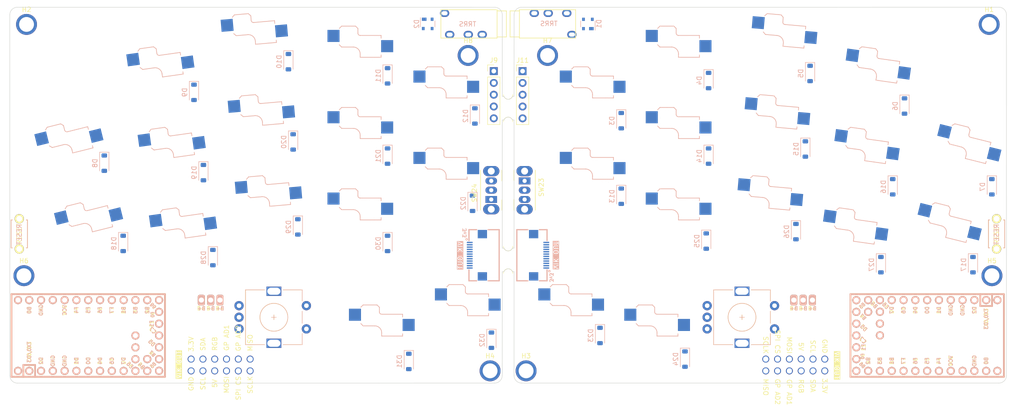
<source format=kicad_pcb>
(kicad_pcb (version 20221018) (generator pcbnew)
  (title_block (title "rufous") (rev "0.2") (company "jcmkk3"))
  (layers (0 "F.Cu" signal) (31 "B.Cu" signal) (34 "B.Paste" user) (35 "F.Paste" user) (36 "B.SilkS" user "B.Silkscreen") (37 "F.SilkS" user "F.Silkscreen") (38 "B.Mask" user) (39 "F.Mask" user) (44 "Edge.Cuts" user))
  (net 0 "")
  (net 1 "GND_R")
  (net 2 "TX_R")
  (net 3 "RX_R")
  (net 4 "RAW_R")
  (net 5 "GND_L")
  (net 6 "TX_L")
  (net 7 "RX_L")
  (net 8 "RAW_L")
  (net 9 "Net-(D3-K)")
  (net 10 "col4_R")
  (net 11 "Net-(D4-K)")
  (net 12 "col3_R")
  (net 13 "Net-(D5-K)")
  (net 14 "col2_R")
  (net 15 "Net-(D6-K)")
  (net 16 "col1_R")
  (net 17 "Net-(D7-K)")
  (net 18 "col0_R")
  (net 19 "Net-(D8-K)")
  (net 20 "col0_L")
  (net 21 "Net-(D9-K)")
  (net 22 "col1_L")
  (net 23 "Net-(D10-K)")
  (net 24 "col2_L")
  (net 25 "Net-(D11-K)")
  (net 26 "col3_L")
  (net 27 "Net-(D12-K)")
  (net 28 "col4_L")
  (net 29 "Net-(D13-K)")
  (net 30 "Net-(D14-K)")
  (net 31 "Net-(D15-K)")
  (net 32 "Net-(D16-K)")
  (net 33 "Net-(D17-K)")
  (net 34 "Net-(D18-K)")
  (net 35 "Net-(D19-K)")
  (net 36 "Net-(D20-K)")
  (net 37 "Net-(D21-K)")
  (net 38 "Net-(D22-K)")
  (net 39 "Net-(D23-K)")
  (net 40 "Net-(D24-K)")
  (net 41 "Net-(D25-K)")
  (net 42 "Net-(D26-K)")
  (net 43 "Net-(D27-K)")
  (net 44 "Net-(D28-K)")
  (net 45 "Net-(D29-K)")
  (net 46 "Net-(D30-K)")
  (net 47 "Net-(D31-K)")
  (net 48 "Net-(D32-K)")
  (net 49 "BAT_L")
  (net 50 "BAT_R")
  (net 51 "VCC_L")
  (net 52 "SDA_L")
  (net 53 "SCL_L")
  (net 54 "LED_5V_L")
  (net 55 "VIK_AD1_L")
  (net 56 "MOSI_L")
  (net 57 "VIK_AD2_L")
  (net 58 "NCS_L")
  (net 59 "SCLK_L")
  (net 60 "VCC_R")
  (net 61 "SDA_R")
  (net 62 "SCL_R")
  (net 63 "LED_5V_R")
  (net 64 "VIK_AD1_R")
  (net 65 "MOSI_R")
  (net 66 "VIK_AD2_R")
  (net 67 "NCS_R")
  (net 68 "SCLK_R")
  (net 69 "row_0_R")
  (net 70 "row_0_L")
  (net 71 "RESET_R")
  (net 72 "RESET_L")
  (net 73 "row_1_R")
  (net 74 "row_1_L")
  (net 77 "row_2_R")
  (net 78 "row_2_L")
  (net 79 "ENC_L_L")
  (net 80 "ENC_R_L")
  (net 83 "ENC_R_R")
  (net 84 "ENC_L_R")
  (net 87 "EncR_R")
  (net 88 "EncL_R")
  (net 89 "MISO_R")
  (net 90 "GPIO14_R")
  (net 91 "GPIO15_R")
  (net 92 "GPIO16_R")
  (net 93 "GPIO10_R")
  (net 94 "GPIO11_R")
  (net 95 "EncR_L")
  (net 96 "EncL_L")
  (net 97 "MISO_L")
  (net 98 "GPIO14_L")
  (net 99 "GPIO15_L")
  (net 100 "GPIO16_L")
  (net 101 "GPIO10_L")
  (net 102 "GPIO11_L")
  (footprint "Alaa:choc_hotswap" (layer "F.Cu") (at 288.098658 100.0936 -8)
    (fp_text reference "SW29" hide)
    (fp_text value "SW_Push" hide)
    (pad "" np_thru_hole circle (at -5.5 0 335) (size 1.7018 1.7018) (drill 1.7018) (layers "F&B.Cu" "*.Mask"))
    (pad "" np_thru_hole circle (at 0 -5.95 335) (size 3 3) (drill 3) (layers "F&B.Cu" "*.Mask"))
    (pad "" np_thru_hole circle (at 0 0 335) (size 3.429 3.429) (drill 3.429) (layers "F&B.Cu" "*.Mask"))
    (pad "" np_thru_hole circle (at 5 -3.749999 335) (size 3 3) (drill 3) (layers "F&B.Cu" "*.Mask"))
    (pad "" np_thru_hole circle (at 5.5 0 335) (size 1.7018 1.7018) (drill 1.7018) (layers "F&B.Cu" "*.Mask"))
    (pad "1" smd rect (at -3.275001 -5.95 352) (size 2.6 2.6) (layers "B.Cu" "B.Paste" "B.Mask") (net 77 "row_2_R"))
    (pad "2" smd rect (at 8.275 -3.749999 352) (size 2.6 2.6) (layers "B.Cu" "B.Paste" "B.Mask") (net 43 "Net-(D27-K)"))
  )
  (footprint "Alaa:choc_hotswap" (layer "F.Cu") (at 124.903864 98.988986 14)
    (fp_text reference "SW18" hide)
    (fp_text value "SW_Push" hide)
    (pad "" np_thru_hole circle (at -5.5 0 357) (size 1.7018 1.7018) (drill 1.7018) (layers "F&B.Cu" "*.Mask"))
    (pad "" np_thru_hole circle (at 0 -5.95 357) (size 3 3) (drill 3) (layers "F&B.Cu" "*.Mask"))
    (pad "" np_thru_hole circle (at 0 0 357) (size 3.429 3.429) (drill 3.429) (layers "F&B.Cu" "*.Mask"))
    (pad "" np_thru_hole circle (at 5 -3.749999 357) (size 3 3) (drill 3) (layers "F&B.Cu" "*.Mask"))
    (pad "" np_thru_hole circle (at 5.5 0 357) (size 1.7018 1.7018) (drill 1.7018) (layers "F&B.Cu" "*.Mask"))
    (pad "1" smd rect (at -3.275001 -5.95 14) (size 2.6 2.6) (layers "B.Cu" "B.Paste" "B.Mask") (net 74 "row_1_L"))
    (pad "2" smd rect (at 8.275 -3.749999 14) (size 2.6 2.6) (layers "B.Cu" "B.Paste" "B.Mask") (net 34 "Net-(D18-K)"))
  )
  (footprint "Alaa:TRRS-PJ-320A" (layer "F.Cu") (at 218.872 52.324 90)
    (fp_text reference "J1")
    (fp_text value "AudioJack4dpb" hide)
    (fp_text user "TRRS" (at 0.054 6.35) (layer "B.SilkS") (effects (justify mirror)))
    (pad "" np_thru_hole circle (at 0 1.6 90) (size 0.8 0.8) (drill 0.8) (layers "*.Cu" "*.Mask"))
    (pad "" np_thru_hole circle (at 0 8.6 90) (size 0.8 0.8) (drill 0.8) (layers "*.Cu" "*.Mask"))
    (pad "A" thru_hole oval (at 2.3 6.2 90) (size 1.6 2) (drill oval 0.9 1.3) (layers "*.Cu" "*.Mask") (net 3 "RX_R"))
    (pad "B" thru_hole oval (at 2.3 3.2 90) (size 1.6 2) (drill oval 0.9 1.3) (layers "*.Cu" "*.Mask") (net 2 "TX_R"))
    (pad "C" thru_hole oval (at -2.3 11.3 90) (size 1.6 2) (drill oval 0.9 1.3) (layers "*.Cu" "*.Mask") (net 1 "GND_R"))
    (pad "D" thru_hole oval (at 2.3 10.2 90) (size 1.6 2) (drill oval 0.9 1.3) (layers "*.Cu" "*.Mask") (net 4 "RAW_R"))
  )
  (footprint "Alaa:SW_CuK_OS102011MA1QN1_SPDT_Angled" (layer "F.Cu") (at 212.812 90.108 90)
    (fp_text reference "SW24" (at 1.4 -3.6 90) (layer "F.SilkS"))
    (fp_text value "SW_SPDT")
    (pad "" thru_hole oval (at -2.1 0 90) (size 2.2 3.5) (drill 1.5) (layers "*.Cu" "*.Mask"))
    (pad "" thru_hole oval (at 6.1 0 90) (size 2.2 3.5) (drill 1.5) (layers "*.Cu" "*.Mask"))
    (pad "1" thru_hole rect (at 0 0 90) (size 1.5 2.5) (drill 0.9) (layers "*.Cu" "*.Mask"))
    (pad "2" thru_hole oval (at 2 0 90) (size 1.5 2.5) (drill 0.9) (layers "*.Cu" "*.Mask") (net 49 "BAT_L"))
    (pad "3" thru_hole oval (at 4 0 90) (size 1.5 2.5) (drill 0.9) (layers "*.Cu" "*.Mask") (net 8 "RAW_L"))
  )
  (footprint "Connector_PinHeader_2.54mm:PinHeader_1x05_P2.54mm_Vertical" (layer "F.Cu") (at 213.36 62.484)
    (fp_text reference "J9" (at 0 -2.33) (layer "F.SilkS"))
    (fp_text value "Conn_01x05")
    (pad "1" thru_hole rect (at 0 0) (size 1.7 1.7) (drill 1) (layers "*.Cu" "*.Mask") (net 101 "GPIO10_L"))
    (pad "2" thru_hole oval (at 0 2.54) (size 1.7 1.7) (drill 1) (layers "*.Cu" "*.Mask") (net 102 "GPIO11_L"))
    (pad "3" thru_hole oval (at 0 5.08) (size 1.7 1.7) (drill 1) (layers "*.Cu" "*.Mask") (net 98 "GPIO14_L"))
    (pad "4" thru_hole oval (at 0 7.62) (size 1.7 1.7) (drill 1) (layers "*.Cu" "*.Mask") (net 99 "GPIO15_L"))
    (pad "5" thru_hole oval (at 0 10.16) (size 1.7 1.7) (drill 1) (layers "*.Cu" "*.Mask") (net 100 "GPIO16_L"))
  )
  (footprint "Alaa:choc_hotswap" (layer "F.Cu") (at 232.1376 87.1122)
    (fp_text reference "SW13" hide)
    (fp_text value "SW_Push" hide)
    (pad "" np_thru_hole circle (at -5.5 0 343) (size 1.7018 1.7018) (drill 1.7018) (layers "F&B.Cu" "*.Mask"))
    (pad "" np_thru_hole circle (at 0 -5.95 343) (size 3 3) (drill 3) (layers "F&B.Cu" "*.Mask"))
    (pad "" np_thru_hole circle (at 0 0 343) (size 3.429 3.429) (drill 3.429) (layers "F&B.Cu" "*.Mask"))
    (pad "" np_thru_hole circle (at 5 -3.749999 343) (size 3 3) (drill 3) (layers "F&B.Cu" "*.Mask"))
    (pad "" np_thru_hole circle (at 5.5 0 343) (size 1.7018 1.7018) (drill 1.7018) (layers "F&B.Cu" "*.Mask"))
    (pad "1" smd rect (at -3.275001 -5.95) (size 2.6 2.6) (layers "B.Cu" "B.Paste" "B.Mask") (net 73 "row_1_R"))
    (pad "2" smd rect (at 8.275 -3.749999) (size 2.6 2.6) (layers "B.Cu" "B.Paste" "B.Mask") (net 29 "Net-(D13-K)"))
  )
  (footprint "Alaa:choc_hotswap" (layer "F.Cu") (at 182.1376 60.8622)
    (fp_text reference "SW9" hide)
    (fp_text value "SW_Push" hide)
    (pad "" np_thru_hole circle (at -5.5 0 343) (size 1.7018 1.7018) (drill 1.7018) (layers "F&B.Cu" "*.Mask"))
    (pad "" np_thru_hole circle (at 0 -5.95 343) (size 3 3) (drill 3) (layers "F&B.Cu" "*.Mask"))
    (pad "" np_thru_hole circle (at 0 0 343) (size 3.429 3.429) (drill 3.429) (layers "F&B.Cu" "*.Mask"))
    (pad "" np_thru_hole circle (at 5 -3.749999 343) (size 3 3) (drill 3) (layers "F&B.Cu" "*.Mask"))
    (pad "" np_thru_hole circle (at 5.5 0 343) (size 1.7018 1.7018) (drill 1.7018) (layers "F&B.Cu" "*.Mask"))
    (pad "1" smd rect (at -3.275001 -5.95) (size 2.6 2.6) (layers "B.Cu" "B.Paste" "B.Mask") (net 70 "row_0_L"))
    (pad "2" smd rect (at 8.275 -3.749999) (size 2.6 2.6) (layers "B.Cu" "B.Paste" "B.Mask") (net 25 "Net-(D11-K)"))
  )
  (footprint "Alaa:3JST_BAT" (layer "F.Cu") (at 152.432 111.76)
    (fp_text reference "J3" hide)
    (fp_text value "Conn_01x03_Socket" hide)
    (fp_text user "B-" (at 0 1.8) (layer "B.SilkS") (effects (font (size 0.8 0.8)) (justify mirror)))
    (fp_text user "B+" (at 2 1.8) (layer "B.SilkS") (effects (font (size 0.8 0.8)) (justify mirror)))
    (fp_text user "B+" (at -2 1.8) (layer "B.SilkS") (effects (font (size 0.8 0.8)) (justify mirror)))
    (fp_text user "B+" (at 2 1.8) (layer "F.SilkS") (effects (font (size 0.8 0.8))))
    (fp_text user "B+" (at -2 1.8) (layer "F.SilkS") (effects (font (size 0.8 0.8))))
    (fp_text user "B-" (at 0 1.8) (layer "F.SilkS") (effects (font (size 0.8 0.8))))
    (pad "1" thru_hole roundrect (at 2 0) (size 1.5 2.25) (drill 1.0922) (layers "*.Cu" "*.SilkS" "*.Mask") (net 49 "BAT_L"))
    (pad "2" thru_hole roundrect (at 0 0) (size 1.5 2.25) (drill 1.0922) (layers "*.Cu" "*.SilkS" "*.Mask") (net 5 "GND_L"))
    (pad "3" thru_hole roundrect (at -2 0) (size 1.5 2.25) (drill 1.0922) (layers "*.Cu" "*.SilkS" "*.Mask") (net 49 "BAT_L"))
  )
  (footprint "Duckyb-Parts:mouse-bite-5mm-slot-with-space-for-track" (layer "F.Cu") (at 216.444023 103.097344)
    (fp_text reference "mouse-bite-2mm-slot" hide)
    (fp_text value "VAL**" hide)
    (pad "" np_thru_hole circle (at -1.016 -2.032) (size 0.5 0.5) (drill 0.5) (layers "F&B.Cu" "*.Mask"))
    (pad "" np_thru_hole circle (at -1.016 -1.016) (size 0.5 0.5) (drill 0.5) (layers "F&B.Cu" "*.Mask"))
    (pad "" np_thru_hole circle (at -1.016 0) (size 0.5 0.5) (drill 0.5) (layers "F&B.Cu" "*.Mask"))
    (pad "" np_thru_hole circle (at -1.016 1.016) (size 0.5 0.5) (drill 0.5) (layers "F&B.Cu" "*.Mask"))
    (pad "" np_thru_hole circle (at -1.016 2.032) (size 0.5 0.5) (drill 0.5) (layers "F&B.Cu" "*.Mask"))
    (pad "" np_thru_hole circle (at 1.016 -2.032) (size 0.5 0.5) (drill 0.5) (layers "F&B.Cu" "*.Mask"))
    (pad "" np_thru_hole circle (at 1.016 -1.016) (size 0.5 0.5) (drill 0.5) (layers "F&B.Cu" "*.Mask"))
    (pad "" np_thru_hole circle (at 1.016 0) (size 0.5 0.5) (drill 0.5) (layers "F&B.Cu" "*.Mask"))
    (pad "" np_thru_hole circle (at 1.016 1.016) (size 0.5 0.5) (drill 0.5) (layers "F&B.Cu" "*.Mask"))
    (pad "" np_thru_hole circle (at 1.016 2.032) (size 0.5 0.5) (drill 0.5) (layers "F&B.Cu" "*.Mask"))
  )
  (footprint "Alaa:Helios-Nano" (layer "F.Cu") (at 305.35325 119.38 180)
    (fp_text reference "U3" hide)
    (fp_text value "Helios" hide)
    (fp_text user "F4" (at -3.81 -5.461 270) (layer "B.SilkS") (effects (font (size 0.8 0.8)) (justify mirror)))
    (fp_text user "B5" (at 12.7 6.4 225) (layer "B.SilkS") (effects (font (size 0.7 0.7)) (justify mirror)))
    (fp_text user "C6" (at 3.81 5.461 270) (layer "B.SilkS") (effects (font (size 0.8 0.8)) (justify mirror)))
    (fp_text user "TX0/D3" (at -13.97 3.571872 270) (layer "B.SilkS") (effects (font (size 0.8 0.8)) (justify mirror)))
    (fp_text user "GND" (at -8.89 5.461 270) (layer "B.SilkS") (effects (font (size 0.8 0.8)) (justify mirror)))
    (fp_text user "VCC" (at -6.35 -5.461 270) (layer "B.SilkS") (effects (font (size 0.8 0.8)) (justify mirror)))
    (fp_text user "B3" (at 8.89 -5.461 270) (layer "B.SilkS") (effects (font (size 0.8 0.8)) (justify mirror)))
    (fp_text user "F1" (at 12.4 -2.54 270) (layer "B.SilkS") (effects (font (size 0.8 0.8)) (justify mirror)))
    (fp_text user "B4" (at 10.15 6.55 315) (layer "B.SilkS") (effects (font (size 0.8 0.8)) (justify mirror)))
    (fp_text user "D5" (at 12.39 1.62 315) (layer "B.SilkS") (effects (font (size 0.8 0.8)) (justify mirror)))
    (fp_text user "D7" (at 6.35 5.461 270) (layer "B.SilkS") (effects (font (size 0.8 0.8)) (justify mirror)))
    (fp_text user "GND" (at -6.35 5.461 270) (layer "B.SilkS") (effects (font (size 0.8 0.8)) (justify mirror)))
    (fp_text user "E6" (at 7.685 6.402071 315) (layer "B.SilkS") (effects (font (size 0.8 0.8)) (justify mirror)))
    (fp_text user "D1" (at -3.81 5.461 270) (layer "B.SilkS") (effects (font (size 0.8 0.8)) (justify mirror)))
    (fp_text user "F5" (at -1.27 -5.461 270) (layer "B.SilkS") (effects (font (size 0.8 0.8)) (justify mirror)))
    (fp_text user "GND" (at -11.43 -5.461 270) (layer "B.SilkS") (effects (font (size 0.8 0.8)) (justify mirror)))
    (fp_text user "F0" (at 12.6 -4.5 270) (layer "B.SilkS") (effects (font (size 0.7 0.7)) (justify mirror)))
    (fp_text user "F7" (at 3.81 -5.461 270) (layer "B.SilkS") (effects (font (size 0.8 0.8)) (justify mirror)))
    (fp_text user "B1" (at 6.35 -5.461 270) (layer "B.SilkS") (effects (font (size 0.8 0.8)) (justify mirror)))
    (fp_text user "B2" (at 11.43 -5.461 270) (layer "B.SilkS") (effects (font (size 0.8 0.8)) (justify mirror)))
    (fp_text user "D4" (at 1.27 5.461 270) (layer "B.SilkS") (effects (font (size 0.8 0.8)) (justify mirror)))
    (fp_text user "B6" (at 12.7 -6.4 315 unlocked) (layer "B.SilkS") (effects (font (size 0.7 0.7)) (justify mirror)))
    (fp_text user "C7" (at 12.6 -1.06 315) (layer "B.SilkS") (effects (font (size 0.8 0.8)) (justify mirror)))
    (fp_text user "B7" (at 12.53 3.96 315) (layer "B.SilkS") (effects (font (size 0.7 0.7)) (justify mirror)))
    (fp_text user "F6" (at 1.27 -5.461 270) (layer "B.SilkS") (effects (font (size 0.8 0.8)) (justify mirror)))
    (fp_text user "B0" (at -13.97 -5.461 270) (layer "B.SilkS") (effects (font (size 0.8 0.8)) (justify mirror)))
    (fp_text user "D0" (at -1.27 5.461 270) (layer "B.SilkS") (effects (font (size 0.8 0.8)) (justify mirror)))
    (fp_text user "D2" (at -11.43 5.461 270) (layer "B.SilkS") (effects (font (size 0.8 0.8)) (justify mirror)))
    (fp_text user "B2" (at 11.43 -5.461 270) (layer "F.SilkS") (effects (font (size 0.8 0.8))))
    (fp_text user "F0" (at 12.6 -4.5 270) (layer "F.SilkS") (effects (font (size 0.7 0.7))))
    (fp_text user "D4" (at 1.27 5.461 270) (layer "F.SilkS") (effects (font (size 0.8 0.8))))
    (fp_text user "B7" (at 12.53 3.96 315) (layer "F.SilkS") (effects (font (size 0.7 0.7))))
    (fp_text user "B4" (at 10.15 6.55 315) (layer "F.SilkS") (effects (font (size 0.8 0.8))))
    (fp_text user "F7" (at 3.81 -5.461 270) (layer "F.SilkS") (effects (font (size 0.8 0.8))))
    (fp_text user "D2" (at -11.43 5.461 270) (layer "F.SilkS") (effects (font (size 0.8 0.8))))
    (fp_text user "F1" (at 12.4 -2.54 270) (layer "F.SilkS") (effects (font (size 0.8 0.8))))
    (fp_text user "GND" (at -6.35 5.461 270) (layer "F.SilkS") (effects (font (size 0.8 0.8))))
    (fp_text user "F6" (at 1.27 -5.461 270) (layer "F.SilkS") (effects (font (size 0.8 0.8))))
    (fp_text user "GND" (at -8.89 5.461 270) (layer "F.SilkS") (effects (font (size 0.8 0.8))))
    (fp_text user "GND" (at -11.43 -5.461 270) (layer "F.SilkS") (effects (font (size 0.8 0.8))))
    (fp_text user "B6" (at 12.7 -6.4 315 unlocked) (layer "F.SilkS") (effects (font (size 0.7 0.7))))
    (fp_text user "F5" (at -1.27 -5.461 270) (layer "F.SilkS") (effects (font (size 0.8 0.8))))
    (fp_text user "B1" (at 6.35 -5.461 270) (layer "F.SilkS") (effects (font (size 0.8 0.8))))
    (fp_text user "D0" (at -1.27 5.461 270) (layer "F.SilkS") (effects (font (size 0.8 0.8))))
    (fp_text user "B5" (at 12.7 6.4 225) (layer "F.SilkS") (effects (font (size 0.7 0.7))))
    (fp_text user "C7" (at 12.6 -1.06 315) (layer "F.SilkS") (effects (font (size 0.8 0.8))))
    (fp_text user "B0" (at -13.97 -5.461 270) (layer "F.SilkS") (effects (font (size 0.8 0.8))))
    (fp_text user "VCC" (at -6.35 -5.461 270) (layer "F.SilkS") (effects (font (size 0.8 0.8))))
    (fp_text user "D5" (at 12.39 1.62 315) (layer "F.SilkS") (effects (font (size 0.8 0.8))))
    (fp_text user "B3" (at 8.89 -5.461 270) (layer "F.SilkS") (effects (font (size 0.8 0.8))))
    (fp_text user "C6" (at 3.81 5.461 270) (layer "F.SilkS") (effects (font (size 0.8 0.8))))
    (fp_text user "D1" (at -3.81 5.461 270) (layer "F.SilkS") (effects (font (size 0.8 0.8))))
    (fp_text user "F4" (at -3.81 -5.461 270) (layer "F.SilkS") (effects (font (size 0.8 0.8))))
    (fp_text user "TX0/D3" (at -13.97 3.571872 270) (layer "F.SilkS") (effects (font (size 0.8 0.8))))
    (fp_text user "E6" (at 7.685 6.387929 315) (layer "F.SilkS") (effects (font (size 0.8 0.8))))
    (fp_text user "D7" (at 6.35 5.461 270) (layer "F.SilkS") (effects (font (size 0.8 0.8))))
    (pad "1" thru_hole circle (at -13.97 7.62 180) (size 1.7526 1.7526) (drill 1.0922) (layers "*.Cu" "*.SilkS" "*.Mask") (net 87 "EncR_R"))
    (pad "2" thru_hole circle (at -11.43 7.62 180) (size 1.7526 1.7526) (drill 1.0922) (layers "*.Cu" "*.SilkS" "*.Mask") (net 88 "EncL_R"))
    (pad "3" thru_hole circle (at -8.89 7.62 180) (size 1.7526 1.7526) (drill 1.0922) (layers "*.Cu" "*.SilkS" "*.Mask") (net 1 "GND_R"))
    (pad "4" thru_hole circle (at -6.35 7.62 180) (size 1.7526 1.7526) (drill 1.0922) (layers "*.Cu" "*.SilkS" "*.Mask") (net 1 "GND_R"))
    (pad "5" thru_hole circle (at -3.81 7.62 180) (size 1.7526 1.7526) (drill 1.0922) (layers "*.Cu" "*.SilkS" "*.Mask") (net 61 "SDA_R"))
    (pad "6" thru_hole circle (at -1.27 7.62 180) (size 1.7526 1.7526) (drill 1.0922) (layers "*.Cu" "*.SilkS" "*.Mask") (net 62 "SCL_R"))
    (pad "7" thru_hole circle (at 1.27 7.62 180) (size 1.7526 1.7526) (drill 1.0922) (layers "*.Cu" "*.SilkS" "*.Mask") (net 69 "row_0_R"))
    (pad "8" thru_hole circle (at 3.81 7.62 180) (size 1.7526 1.7526) (drill 1.0922) (layers "*.Cu" "*.SilkS" "*.Mask") (net 73 "row_1_R"))
    (pad "9" thru_hole circle (at 6.35 7.62 180) (size 1.7526 1.7526) (drill 1.0922) (layers "*.Cu" "*.SilkS" "*.Mask") (net 77 "row_2_R"))
    (pad "10" thru_hole circle (at 8.89 7.62 180) (size 1.7526 1.7526) (drill 1.0922) (layers "*.Cu" "*.SilkS" "*.Mask") (net 18 "col0_R"))
    (pad "11" thru_hole circle (at 11.43 7.62 180) (size 1.7526 1.7526) (drill 1.0922) (layers "*.Cu" "*.SilkS" "*.Mask") (net 16 "col1_R"))
    (pad "12" thru_hole circle (at 13.97 7.6 180) (size 1.7526 1.7526) (drill 1.0922) (layers "*.Cu" "*.SilkS" "*.Mask") (net 14 "col2_R"))
    (pad "13" thru_hole circle (at 13.97 -7.62 180) (size 1.7526 1.7526) (drill 1.0922) (layers "*.Cu" "*.SilkS" "*.Mask") (net 67 "NCS_R"))
    (pad "14" thru_hole circle (at 11.43 -7.62 180) (size 1.7526 1.7526) (drill 1.0922) (layers "*.Cu" "*.SilkS" "*.Mask") (net 65 "MOSI_R"))
    (pad "15" thru_hole circle (at 8.89 -7.62 180) (size 1.7526 1.7526) (drill 1.0922) (layers "*.Cu" "*.SilkS" "*.Mask") (net 89 "MISO_R"))
    (pad "16" thru_hole circle (at 6.35 -7.62 180) (size 1.7526 1.7526) (drill 1.0922) (layers "*.Cu" "*.SilkS" "*.Mask") (net 68 "SCLK_R"))
    (pad "17" thru_hole circle (at 3.81 -7.62 180) (size 1.7526 1.7526) (drill 1.0922) (layers "*.Cu" "*.SilkS" "*.Mask") (net 10 "col4_R"))
    (pad "18" thru_hole circle (at 1.27 -7.62 180) (size 1.7526 1.7526) (drill 1.0922) (layers "*.Cu" "*.SilkS" "*.Mask") (net 12 "col3_R"))
    (pad "19" thru_hole circle (at -1.27 -7.62 180) (size 1.7526 1.7526) (drill 1.0922) (layers "*.Cu" "*.SilkS" "*.Mask") (net 66 "VIK_AD2_R"))
    (pad "20" thru_hole circle (at -3.81 -7.62 180) (size 1.7526 1.7526) (drill 1.0922) (layers "*.Cu" "*.SilkS" "*.Mask") (net 64 "VIK_AD1_R"))
    (pad "21" thru_hole circle (at -6.35 -7.62 180) (size 1.7526 1.7526) (drill 1.0922) (layers "*.Cu" "*.SilkS" "*.Mask") (net 60 "VCC_R"))
    (pad "22" thru_hole circle (at -8.89 -7.62 180) (size 1.7526 1.7526) (drill 1.0922) (layers "*.Cu" "*.SilkS" "*.Mask") (net 71 "RESET_R"))
    (pad "23" thru_hole circle (at -11.43 -7.62 180) (size 1.7526 1.7526) (drill 1.0922) (layers "*.Cu" "*.SilkS" "*.Mask") (net 1 "GND_R"))
    (pad "24" thru_hole circle (at -13.97 -7.62 180) (size 1.7526 1.7526) (drill 1.0922) (layers "*.Cu" "*.SilkS" "*.Mask") (net 4 "RAW_R"))
    (pad "25" thru_hole circle (at 8.89 5.1 180) (size 1.7526 1.7526) (drill 1.0922) (layers "*.Cu" "*.SilkS" "*.Mask") (net 2 "TX_R"))
    (pad "25" thru_hole circle (at 13.97 5.08 180) (size 1.7526 1.7526) (drill 1.0922) (layers "*.Cu" "*.SilkS" "*.Mask") (net 2 "TX_R"))
    (pad "26" thru_hole circle (at 8.89 2.56 180) (size 1.7526 1.7526) (drill 1.0922) (layers "*.Cu" "*.SilkS" "*.Mask") (net 3 "RX_R"))
    (pad "26" thru_hole circle (at 13.97 2.54 180) (size 1.7526 1.7526) (drill 1.0922) (layers "*.Cu" "*.SilkS" "*.Mask") (net 3 "RX_R"))
    (pad "27" thru_hole circle (at 8.89 0.02 180) (size 1.7526 1.7526) (drill 1.0922) (layers "*.Cu" "*.SilkS" "*.Mask") (net 90 "GPIO14_R"))
    (pad "27" thru_hole circle (at 13.97 0 180) (size 1.7526 1.7526) (drill 1.0922) (layers "*.Cu" "*.SilkS" "*.Mask") (net 90 "GPIO14_R"))
    (pad "28" thru_hole circle (at 13.97 -2.54 180) (size 1.7526 1.7526) (drill 1.0922) (layers "*.Cu" "*.SilkS" "*.Mask") (net 91 "GPIO15_R"))
    (pad "29" thru_hole circle (at 13.97 -5.08 180) (size 1.7526 1.7526) (drill 1.0922) (layers "*.Cu" "*.SilkS" "*.Mask") (net 92 "GPIO16_R"))
    (pad "30" thru_hole circle (at 11.43 5.08 180) (size 1.7526 1.7526) (drill 1.0922) (layers "*.Cu" "*.SilkS" "*.Mask") (net 63 "LED_5V_R"))
    (pad "31" thru_hole circle (at -16.383 7.62 180) (size 1.7526 1.7526) (drill 1.0922) (layers "*.Cu" "*.SilkS" "*.Mask") (net 93 "GPIO10_R"))
    (pad "32" thru_hole circle (at -16.383 -7.62 180) (size 1.7526 1.7526) (drill 1.0922) (layers "*.Cu" "*.SilkS" "*.Mask") (net 94 "GPIO11_R"))
  )
  (footprint "Alaa:choc_hotswap" (layer "F.Cu") (at 200.6376 69.6122)
    (fp_text reference "SW10" hide)
    (fp_text value "SW_Push" hide)
    (pad "" np_thru_hole circle (at -5.5 0 343) (size 1.7018 1.7018) (drill 1.7018) (layers "F&B.Cu" "*.Mask"))
    (pad "" np_thru_hole circle (at 0 -5.95 343) (size 3 3) (drill 3) (layers "F&B.Cu" "*.Mask"))
    (pad "" np_thru_hole circle (at 0 0 343) (size 3.429 3.429) (drill 3.429) (layers "F&B.Cu" "*.Mask"))
    (pad "" np_thru_hole circle (at 5 -3.749999 343) (size 3 3) (drill 3) (layers "F&B.Cu" "*.Mask"))
    (pad "" np_thru_hole circle (at 5.5 0 343) (size 1.7018 1.7018) (drill 1.7018) (layers "F&B.Cu" "*.Mask"))
    (pad "1" smd rect (at -3.275001 -5.95) (size 2.6 2.6) (layers "B.Cu" "B.Paste" "B.Mask") (net 70 "row_0_L"))
    (pad "2" smd rect (at 8.275 -3.749999) (size 2.6 2.6) (layers "B.Cu" "B.Paste" "B.Mask") (net 27 "Net-(D12-K)"))
  )
  (footprint "Alaa:RotaryEncoder_Alps_EC11E-Switch_Vertical_H20mm-keebio_modified" (layer "F.Cu") (at 266.78 115.46)
    (fp_text reference "SW36" hide)
    (fp_text value "Rotary_Encoder_Switch")
    (pad "A" thru_hole circle (at -7.5 -2.5) (size 2 2) (drill 1) (layers "*.Cu" "*.Mask") (net 83 "ENC_R_R"))
    (pad "B" thru_hole circle (at -7.5 2.5) (size 2 2) (drill 1) (layers "*.Cu" "*.Mask") (net 84 "ENC_L_R"))
    (pad "C" thru_hole circle (at -7.5 0) (size 2 2) (drill 1) (layers "*.Cu" "*.Mask") (net 1 "GND_R"))
    (pad "MP" thru_hole rect (at 0 -5.6) (size 3.2 2) (drill oval 2.8 1.5) (layers "*.Cu" "*.Mask"))
    (pad "MP" thru_hole rect (at 0 5.6) (size 3.2 2) (drill oval 2.8 1.5) (layers "*.Cu" "*.Mask"))
    (pad "S1" thru_hole circle (at 7 2.5) (size 2 2) (drill 1) (layers "*.Cu" "*.Mask"))
    (pad "S2" thru_hole circle (at 7 -2.5) (size 2 2) (drill 1) (layers "*.Cu" "*.Mask"))
  )
  (footprint "Alaa:choc_hotswap" (layer "F.Cu") (at 246.0126 120.8622)
    (fp_text reference "SW26" hide)
    (fp_text value "SW_Push" hide)
    (pad "" np_thru_hole circle (at -5.5 0 343) (size 1.7018 1.7018) (drill 1.7018) (layers "F&B.Cu" "*.Mask"))
    (pad "" np_thru_hole circle (at 0 -5.95 343) (size 3 3) (drill 3) (layers "F&B.Cu" "*.Mask"))
    (pad "" np_thru_hole circle (at 0 0 343) (size 3.429 3.429) (drill 3.429) (layers "F&B.Cu" "*.Mask"))
    (pad "" np_thru_hole circle (at 5 -3.749999 343) (size 3 3) (drill 3) (layers "F&B.Cu" "*.Mask"))
    (pad "" np_thru_hole circle (at 5.5 0 343) (size 1.7018 1.7018) (drill 1.7018) (layers "F&B.Cu" "*.Mask"))
    (pad "1" smd rect (at -3.275001 -5.95) (size 2.6 2.6) (layers "B.Cu" "B.Paste" "B.Mask") (net 77 "row_2_R"))
    (pad "2" smd rect (at 8.275 -3.749999) (size 2.6 2.6) (layers "B.Cu" "B.Paste" "B.Mask") (net 40 "Net-(D24-K)"))
  )
  (footprint "Alaa:choc_hotswap" (layer "F.Cu") (at 200.6376 87.1122)
    (fp_text reference "SW22" hide)
    (fp_text value "SW_Push" hide)
    (pad "" np_thru_hole circle (at -5.5 0 343) (size 1.7018 1.7018) (drill 1.7018) (layers "F&B.Cu" "*.Mask"))
    (pad "" np_thru_hole circle (at 0 -5.95 343) (size 3 3) (drill 3) (layers "F&B.Cu" "*.Mask"))
    (pad "" np_thru_hole circle (at 0 0 343) (size 3.429 3.429) (drill 3.429) (layers "F&B.Cu" "*.Mask"))
    (pad "" np_thru_hole circle (at 5 -3.749999 343) (size 3 3) (drill 3) (layers "F&B.Cu" "*.Mask"))
    (pad "" np_thru_hole circle (at 5.5 0 343) (size 1.7018 1.7018) (drill 1.7018) (layers "F&B.Cu" "*.Mask"))
    (pad "1" smd rect (at -3.275001 -5.95) (size 2.6 2.6) (layers "B.Cu" "B.Paste" "B.Mask") (net 74 "row_1_L"))
    (pad "2" smd rect (at 8.275 -3.749999) (size 2.6 2.6) (layers "B.Cu" "B.Paste" "B.Mask") (net 38 "Net-(D22-K)"))
  )
  (footprint "Alaa:choc_hotswap" (layer "F.Cu") (at 186.7626 120.8622)
    (fp_text reference "SW33" hide)
    (fp_text value "SW_Push" hide)
    (pad "" np_thru_hole circle (at -5.5 0 343) (size 1.7018 1.7018) (drill 1.7018) (layers "F&B.Cu" "*.Mask"))
    (pad "" np_thru_hole circle (at 0 -5.95 343) (size 3 3) (drill 3) (layers "F&B.Cu" "*.Mask"))
    (pad "" np_thru_hole circle (at 0 0 343) (size 3.429 3.429) (drill 3.429) (layers "F&B.Cu" "*.Mask"))
    (pad "" np_thru_hole circle (at 5 -3.749999 343) (size 3 3) (drill 3) (layers "F&B.Cu" "*.Mask"))
    (pad "" np_thru_hole circle (at 5.5 0 343) (size 1.7018 1.7018) (drill 1.7018) (layers "F&B.Cu" "*.Mask"))
    (pad "1" smd rect (at -3.275001 -5.95) (size 2.6 2.6) (layers "B.Cu" "B.Paste" "B.Mask") (net 78 "row_2_L"))
    (pad "2" smd rect (at 8.275 -3.749999) (size 2.6 2.6) (layers "B.Cu" "B.Paste" "B.Mask") (net 47 "Net-(D31-K)"))
  )
  (footprint "Alaa:3JST_BAT" (layer "F.Cu") (at 279.932 111.76)
    (fp_text reference "J4" hide)
    (fp_text value "Conn_01x03_Socket" hide)
    (fp_text user "B+" (at 2 1.8) (layer "B.SilkS") (effects (font (size 0.8 0.8)) (justify mirror)))
    (fp_text user "B+" (at -2 1.8) (layer "B.SilkS") (effects (font (size 0.8 0.8)) (justify mirror)))
    (fp_text user "B-" (at 0 1.8) (layer "B.SilkS") (effects (font (size 0.8 0.8)) (justify mirror)))
    (fp_text user "B-" (at 0 1.8) (layer "F.SilkS") (effects (font (size 0.8 0.8))))
    (fp_text user "B+" (at -2 1.8) (layer "F.SilkS") (effects (font (size 0.8 0.8))))
    (fp_text user "B+" (at 2 1.8) (layer "F.SilkS") (effects (font (size 0.8 0.8))))
    (pad "1" thru_hole roundrect (at 2 0) (size 1.5 2.25) (drill 1.0922) (layers "*.Cu" "*.SilkS" "*.Mask") (net 50 "BAT_R"))
    (pad "2" thru_hole roundrect (at 0 0) (size 1.5 2.25) (drill 1.0922) (layers "*.Cu" "*.SilkS" "*.Mask") (net 1 "GND_R"))
    (pad "3" thru_hole roundrect (at -2 0) (size 1.5 2.25) (drill 1.0922) (layers "*.Cu" "*.SilkS" "*.Mask") (net 50 "BAT_R"))
  )
  (footprint "Alaa:choc_hotswap" (layer "F.Cu") (at 307.871336 98.988986 -14)
    (fp_text reference "SW17" hide)
    (fp_text value "SW_Push" hide)
    (pad "" np_thru_hole circle (at -5.5 0 329) (size 1.7018 1.7018) (drill 1.7018) (layers "F&B.Cu" "*.Mask"))
    (pad "" np_thru_hole circle (at 0 -5.95 329) (size 3 3) (drill 3) (layers "F&B.Cu" "*.Mask"))
    (pad "" np_thru_hole circle (at 0 0 329) (size 3.429 3.429) (drill 3.429) (layers "F&B.Cu" "*.Mask"))
    (pad "" np_thru_hole circle (at 5 -3.749999 329) (size 3 3) (drill 3) (layers "F&B.Cu" "*.Mask"))
    (pad "" np_thru_hole circle (at 5.5 0 329) (size 1.7018 1.7018) (drill 1.7018) (layers "F&B.Cu" "*.Mask"))
    (pad "1" smd rect (at -3.275001 -5.95 346) (size 2.6 2.6) (layers "B.Cu" "B.Paste" "B.Mask") (net 73 "row_1_R"))
    (pad "2" smd rect (at 8.275 -3.749999 346) (size 2.6 2.6) (layers "B.Cu" "B.Paste" "B.Mask") (net 33 "Net-(D17-K)"))
  )
  (footprint "Alaa:choc_hotswap" (layer "F.Cu") (at 250.6376 60.8622)
    (fp_text reference "SW2" hide)
    (fp_text value "SW_Push" hide)
    (pad "" np_thru_hole circle (at -5.5 0 343) (size 1.7018 1.7018) (drill 1.7018) (layers "F&B.Cu" "*.Mask"))
    (pad "" np_thru_hole circle (at 0 -5.95 343) (size 3 3) (drill 3) (layers "F&B.Cu" "*.Mask"))
    (pad "" np_thru_hole circle (at 0 0 343) (size 3.429 3.429) (drill 3.429) (layers "F&B.Cu" "*.Mask"))
    (pad "" np_thru_hole circle (at 5 -3.749999 343) (size 3 3) (drill 3) (layers "F&B.Cu" "*.Mask"))
    (pad "" np_thru_hole circle (at 5.5 0 343) (size 1.7018 1.7018) (drill 1.7018) (layers "F&B.Cu" "*.Mask"))
    (pad "1" smd rect (at -3.275001 -5.95) (size 2.6 2.6) (layers "B.Cu" "B.Paste" "B.Mask") (net 69 "row_0_R"))
    (pad "2" smd rect (at 8.275 -3.749999) (size 2.6 2.6) (layers "B.Cu" "B.Paste" "B.Mask") (net 11 "Net-(D4-K)"))
  )
  (footprint "Alaa:choc_hotswap" (layer "F.Cu") (at 232.1376 69.6122)
    (fp_text reference "SW1" hide)
    (fp_text value "SW_Push" hide)
    (pad "" np_thru_hole circle (at -5.5 0 343) (size 1.7018 1.7018) (drill 1.7018) (layers "F&B.Cu" "*.Mask"))
    (pad "" np_thru_hole circle (at 0 -5.95 343) (size 3 3) (drill 3) (layers "F&B.Cu" "*.Mask"))
    (pad "" np_thru_hole circle (at 0 0 343) (size 3.429 3.429) (drill 3.429) (layers "F&B.Cu" "*.Mask"))
    (pad "" np_thru_hole circle (at 5 -3.749999 343) (size 3 3) (drill 3) (layers "F&B.Cu" "*.Mask"))
    (pad "" np_thru_hole circle (at 5.5 0 343) (size 1.7018 1.7018) (drill 1.7018) (layers "F&B.Cu" "*.Mask"))
    (pad "1" smd rect (at -3.275001 -5.95) (size 2.6 2.6) (layers "B.Cu" "B.Paste" "B.Mask") (net 69 "row_0_R"))
    (pad "2" smd rect (at 8.275 -3.749999) (size 2.6 2.6) (layers "B.Cu" "B.Paste" "B.Mask") (net 9 "Net-(D3-K)"))
  )
  (footprint "Alaa:choc_hotswap" (layer "F.Cu") (at 292.969717 65.434217 -8)
    (fp_text reference "SW4" hide)
    (fp_text value "SW_Push" hide)
    (pad "" np_thru_hole circle (at -5.5 0 335) (size 1.7018 1.7018) (drill 1.7018) (layers "F&B.Cu" "*.Mask"))
    (pad "" np_thru_hole circle (at 0 -5.95 335) (size 3 3) (drill 3) (layers "F&B.Cu" "*.Mask"))
    (pad "" np_thru_hole circle (at 0 0 335) (size 3.429 3.429) (drill 3.429) (layers "F&B.Cu" "*.Mask"))
    (pad "" np_thru_hole circle (at 5 -3.749999 335) (size 3 3) (drill 3) (layers "F&B.Cu" "*.Mask"))
    (pad "" np_thru_hole circle (at 5.5 0 335) (size 1.7018 1.7018) (drill 1.7018) (layers "F&B.Cu" "*.Mask"))
    (pad "1" smd rect (at -3.275001 -5.95 352) (size 2.6 2.6) (layers "B.Cu" "B.Paste" "B.Mask") (net 69 "row_0_R"))
    (pad "2" smd rect (at 8.275 -3.749999 352) (size 2.6 2.6) (layers "B.Cu" "B.Paste" "B.Mask") (net 15 "Net-(D6-K)"))
  )
  (footprint "Alaa:choc_hotswap" (layer "F.Cu") (at 162.803757 93.139062 5)
    (fp_text reference "SW31" hide)
    (fp_text value "SW_Push" hide)
    (pad "" np_thru_hole circle (at -5.5 0 348) (size 1.7018 1.7018) (drill 1.7018) (layers "F&B.Cu" "*.Mask"))
    (pad "" np_thru_hole circle (at 0 -5.95 348) (size 3 3) (drill 3) (layers "F&B.Cu" "*.Mask"))
    (pad "" np_thru_hole circle (at 0 0 348) (size 3.429 3.429) (drill 3.429) (layers "F&B.Cu" "*.Mask"))
    (pad "" np_thru_hole circle (at 5 -3.749999 348) (size 3 3) (drill 3) (layers "F&B.Cu" "*.Mask"))
    (pad "" np_thru_hole circle (at 5.5 0 348) (size 1.7018 1.7018) (drill 1.7018) (layers "F&B.Cu" "*.Mask"))
    (pad "1" smd rect (at -3.275001 -5.95 5) (size 2.6 2.6) (layers "B.Cu" "B.Paste" "B.Mask") (net 78 "row_2_L"))
    (pad "2" smd rect (at 8.275 -3.749999 5) (size 2.6 2.6) (layers "B.Cu" "B.Paste" "B.Mask") (net 45 "Net-(D29-K)"))
  )
  (footprint "Duckyb-Parts:mouse-bite-5mm-slot-with-space-for-track" (layer "F.Cu") (at 216.444023 70.458397)
    (fp_text reference "mouse-bite-2mm-slot" hide)
    (fp_text value "VAL**" hide)
    (pad "" np_thru_hole circle (at -1.016 -2.032) (size 0.5 0.5) (drill 0.5) (layers "F&B.Cu" "*.Mask"))
    (pad "" np_thru_hole circle (at -1.016 -1.016) (size 0.5 0.5) (drill 0.5) (layers "F&B.Cu" "*.Mask"))
    (pad "" np_thru_hole circle (at -1.016 0) (size 0.5 0.5) (drill 0.5) (layers "F&B.Cu" "*.Mask"))
    (pad "" np_thru_hole circle (at -1.016 1.016) (size 0.5 0.5) (drill 0.5) (layers "F&B.Cu" "*.Mask"))
    (pad "" np_thru_hole circle (at -1.016 2.032) (size 0.5 0.5) (drill 0.5) (layers "F&B.Cu" "*.Mask"))
    (pad "" np_thru_hole circle (at 1.016 -2.032) (size 0.5 0.5) (drill 0.5) (layers "F&B.Cu" "*.Mask"))
    (pad "" np_thru_hole circle (at 1.016 -1.016) (size 0.5 0.5) (drill 0.5) (layers "F&B.Cu" "*.Mask"))
    (pad "" np_thru_hole circle (at 1.016 0) (size 0.5 0.5) (drill 0.5) (layers "F&B.Cu" "*.Mask"))
    (pad "" np_thru_hole circle (at 1.016 1.016) (size 0.5 0.5) (drill 0.5) (layers "F&B.Cu" "*.Mask"))
    (pad "" np_thru_hole circle (at 1.016 2.032) (size 0.5 0.5) (drill 0.5) (layers "F&B.Cu" "*.Mask"))
  )
  (footprint "Connector_PinHeader_2.54mm:PinHeader_1x05_P2.54mm_Vertical" (layer "F.Cu") (at 219.56 62.489)
    (fp_text reference "J11" (at 0 -2.33) (layer "F.SilkS"))
    (fp_text value "Conn_01x05")
    (pad "1" thru_hole rect (at 0 0) (size 1.7 1.7) (drill 1) (layers "*.Cu" "*.Mask") (net 93 "GPIO10_R"))
    (pad "2" thru_hole oval (at 0 2.54) (size 1.7 1.7) (drill 1) (layers "*.Cu" "*.Mask") (net 94 "GPIO11_R"))
    (pad "3" thru_hole oval (at 0 5.08) (size 1.7 1.7) (drill 1) (layers "*.Cu" "*.Mask") (net 90 "GPIO14_R"))
    (pad "4" thru_hole oval (at 0 7.62) (size 1.7 1.7) (drill 1) (layers "*.Cu" "*.Mask") (net 91 "GPIO15_R"))
    (pad "5" thru_hole oval (at 0 10.16) (size 1.7 1.7) (drill 1) (layers "*.Cu" "*.Mask") (net 92 "GPIO16_R"))
  )
  (footprint "Alaa:SW_CuK_OS102011MA1QN1_SPDT_Angled" (layer "F.Cu") (at 219.996 86.108 -90)
    (fp_text reference "SW23" (at 1.4 -3.6 90) (layer "F.SilkS"))
    (fp_text value "SW_SPDT")
    (pad "" thru_hole oval (at -2.1 0 270) (size 2.2 3.5) (drill 1.5) (layers "*.Cu" "*.Mask"))
    (pad "" thru_hole oval (at 6.1 0 270) (size 2.2 3.5) (drill 1.5) (layers "*.Cu" "*.Mask"))
    (pad "1" thru_hole rect (at 0 0 270) (size 1.5 2.5) (drill 0.9) (layers "*.Cu" "*.Mask"))
    (pad "2" thru_hole oval (at 2 0 270) (size 1.5 2.5) (drill 0.9) (layers "*.Cu" "*.Mask") (net 50 "BAT_R"))
    (pad "3" thru_hole oval (at 4 0 270) (size 1.5 2.5) (drill 0.9) (layers "*.Cu" "*.Mask") (net 4 "RAW_R"))
  )
  (footprint "Alaa:RotaryEncoder_Alps_EC11E-Switch_Vertical_H20mm-keebio_modified" (layer "F.Cu") (at 166.036 115.46)
    (fp_text reference "SW35" hide)
    (fp_text value "Rotary_Encoder_Switch")
    (pad "A" thru_hole circle (at -7.5 -2.5) (size 2 2) (drill 1) (layers "*.Cu" "*.Mask") (net 79 "ENC_L_L"))
    (pad "B" thru_hole circle (at -7.5 2.5) (size 2 2) (drill 1) (layers "*.Cu" "*.Mask") (net 80 "ENC_R_L"))
    (pad "C" thru_hole circle (at -7.5 0) (size 2 2) (drill 1) (layers "*.Cu" "*.Mask") (net 5 "GND_L"))
    (pad "MP" thru_hole rect (at 0 -5.6) (size 3.2 2) (drill oval 2.8 1.5) (layers "*.Cu" "*.Mask"))
    (pad "MP" thru_hole rect (at 0 5.6) (size 3.2 2) (drill oval 2.8 1.5) (layers "*.Cu" "*.Mask"))
    (pad "S1" thru_hole circle (at 7 2.5) (size 2 2) (drill 1) (layers "*.Cu" "*.Mask"))
    (pad "S2" thru_hole circle (at 7 -2.5) (size 2 2) (drill 1) (layers "*.Cu" "*.Mask"))
  )
  (footprint "Alaa:MountingHole_M3" (layer "F.Cu") (at 224.9376 59.1122)
    (fp_text reference "H7" (at 0 -3.2) (layer "F.SilkS"))
    (fp_text value "MountingHole")
    (pad "1" thru_hole circle (at 0 0) (size 4.5 4.5) (drill 3.2) (layers "*.Cu" "*.Mask"))
  )
  (footprint "vik:vik-keyboard-throughole" (layer "F.Cu") (at 153.224 125.73)
    (fp_text reference "J7" hide)
    (fp_text value "~" hide)
    (fp_text user "5V" (at 0.68 4.97 90 unlocked) (layer "F.SilkS") (effects (justify left bottom)))
    (fp_text user "RGB" (at 0.68 -2.97 90 unlocked) (layer "F.SilkS") (effects (justify left bottom)))
    (fp_text user "SDA" (at -1.86 -2.97 90 unlocked) (layer "F.SilkS") (effects (justify left bottom)))
    (fp_text user "SCLK" (at 8.3 6.27 90 unlocked) (layer "F.SilkS") (effects (justify left bottom)))
    (fp_text user "GND" (at -4.4 5.67 90 unlocked) (layer "F.SilkS") (effects (justify left bottom)))
    (fp_text user "GP AD2" (at 5.76 -2.87 90 unlocked) (layer "F.SilkS") (effects (justify left bottom)))
    (fp_text user "3.3V" (at -4.4 -2.77 90 unlocked) (layer "F.SilkS") (effects (justify left bottom)))
    (fp_text user "SPI CS" (at 5.76 7.67 90 unlocked) (layer "F.SilkS") (effects (justify left bottom)))
    (fp_text user "SCL" (at -1.86 5.47 90 unlocked) (layer "F.SilkS") (effects (justify left bottom)))
    (fp_text user "VIK OUT" (at -7.02 2.99 90 unlocked) (layer "F.SilkS" knockout) (effects (justify left bottom)))
    (fp_text user "MISO" (at 8.3 -2.87 90 unlocked) (layer "F.SilkS") (effects (justify left bottom)))
    (fp_text user "MOSI" (at 3.22 6.17 90 unlocked) (layer "F.SilkS") (effects (justify left bottom)))
    (fp_text user "GP AD1" (at 3.22 -2.97 90 unlocked) (layer "F.SilkS") (effects (justify left bottom)))
    (pad "1" thru_hole circle (at -5 -1.27) (size 1.5 1.5) (drill 1.1) (layers "*.Cu" "*.Mask") (net 51 "VCC_L"))
    (pad "2" thru_hole circle (at -5 1.27) (size 1.5 1.5) (drill 1.1) (layers "*.Cu" "*.Mask") (net 5 "GND_L"))
    (pad "3" thru_hole circle (at -2.46 -1.27) (size 1.5 1.5) (drill 1.1) (layers "*.Cu" "*.Mask") (net 52 "SDA_L"))
    (pad "4" thru_hole circle (at -2.46 1.27) (size 1.5 1.5) (drill 1.1) (layers "*.Cu" "*.Mask") (net 53 "SCL_L"))
    (pad "5" thru_hole circle (at 0.08 -1.27) (size 1.5 1.5) (drill 1.1) (layers "*.Cu" "*.Mask") (net 54 "LED_5V_L"))
    (pad "6" thru_hole circle (at 0.08 1.27) (size 1.5 1.5) (drill 1.1) (layers "*.Cu" "*.Mask") (net 8 "RAW_L"))
    (pad "7" thru_hole circle (at 2.62 -1.27) (size 1.5 1.5) (drill 1.1) (layers "*.Cu" "*.Mask") (net 55 "VIK_AD1_L"))
    (pad "8" thru_hole circle (at 2.62 1.27) (size 1.5 1.5) (drill 1.1) (layers "*.Cu" "*.Mask") (net 56 "MOSI_L"))
    (pad "9" thru_hole circle (at 5.16 -1.27) (size 1.5 1.5) (drill 1.1) (layers "*.Cu" "*.Mask") (net 57 "VIK_AD2_L"))
    (pad "10" thru_hole circle (at 5.16 1.27) (size 1.5 1.5) (drill 1.1) (layers "*.Cu" "*.Mask") (net 58 "NCS_L"))
    (pad "11" thru_hole circle (at 7.7 -1.27) (size 1.5 1.5) (drill 1.1) (layers "*.Cu" "*.Mask") (net 56 "MOSI_L"))
    (pad "12" thru_hole circle (at 7.7 1.27) (size 1.5 1.5) (drill 1.1) (layers "*.Cu" "*.Mask") (net 59 "SCLK_L"))
  )
  (footprint "Alaa:choc_hotswap" (layer "F.Cu") (at 182.1376 95.8622)
    (fp_text reference "SW32" hide)
    (fp_text value "SW_Push" hide)
    (pad "" np_thru_hole circle (at -5.5 0 343) (size 1.7018 1.7018) (drill 1.7018) (layers "F&B.Cu" "*.Mask"))
    (pad "" np_thru_hole circle (at 0 -5.95 343) (size 3 3) (drill 3) (layers "F&B.Cu" "*.Mask"))
    (pad "" np_thru_hole circle (at 0 0 343) (size 3.429 3.429) (drill 3.429) (layers "F&B.Cu" "*.Mask"))
    (pad "" np_thru_hole circle (at 5 -3.749999 343) (size 3 3) (drill 3) (layers "F&B.Cu" "*.Mask"))
    (pad "" np_thru_hole circle (at 5.5 0 343) (size 1.7018 1.7018) (drill 1.7018) (layers "F&B.Cu" "*.Mask"))
    (pad "1" smd rect (at -3.275001 -5.95) (size 2.6 2.6) (layers "B.Cu" "B.Paste" "B.Mask") (net 78 "row_2_L"))
    (pad "2" smd rect (at 8.275 -3.749999) (size 2.6 2.6) (layers "B.Cu" "B.Paste" "B.Mask") (net 46 "Net-(D30-K)"))
  )
  (footprint "Alaa:choc_hotswap" (layer "F.Cu") (at 159.753306 58.272247 5)
    (fp_text reference "SW8" hide)
    (fp_text value "SW_Push" hide)
    (pad "" np_thru_hole circle (at -5.5 0 348) (size 1.7018 1.7018) (drill 1.7018) (layers "F&B.Cu" "*.Mask"))
    (pad "" np_thru_hole circle (at 0 -5.95 348) (size 3 3) (drill 3) (layers "F&B.Cu" "*.Mask"))
    (pad "" np_thru_hole circle (at 0 0 348) (size 3.429 3.429) (drill 3.429) (layers "F&B.Cu" "*.Mask"))
    (pad "" np_thru_hole circle (at 5 -3.749999 348) (size 3 3) (drill 3) (layers "F&B.Cu" "*.Mask"))
    (pad "" np_thru_hole circle (at 5.5 0 348) (size 1.7018 1.7018) (drill 1.7018) (layers "F&B.Cu" "*.Mask"))
    (pad "1" smd rect (at -3.275001 -5.95 5) (size 2.6 2.6) (layers "B.Cu" "B.Paste" "B.Mask") (net 70 "row_0_L"))
    (pad "2" smd rect (at 8.275 -3.749999 5) (size 2.6 2.6) (layers "B.Cu" "B.Paste" "B.Mask") (net 23 "Net-(D10-K)"))
  )
  (footprint "Alaa:choc_hotswap" (layer "F.Cu") (at 139.805483 65.434217 8)
    (fp_text reference "SW7" hide)
    (fp_text value "SW_Push" hide)
    (pad "" np_thru_hole circle (at -5.5 0 351) (size 1.7018 1.7018) (drill 1.7018) (layers "F&B.Cu" "*.Mask"))
    (pad "" np_thru_hole circle (at 0 -5.95 351) (size 3 3) (drill 3) (layers "F&B.Cu" "*.Mask"))
    (pad "" np_thru_hole circle (at 0 0 351) (size 3.429 3.429) (drill 3.429) (layers "F&B.Cu" "*.Mask"))
    (pad "" np_thru_hole circle (at 5 -3.749999 351) (size 3 3) (drill 3) (layers "F&B.Cu" "*.Mask"))
    (pad "" np_thru_hole circle (at 5.5 0 351) (size 1.7018 1.7018) (drill 1.7018) (layers "F&B.Cu" "*.Mask"))
    (pad "1" smd rect (at -3.275001 -5.95 8) (size 2.6 2.6) (layers "B.Cu" "B.Paste" "B.Mask") (net 70 "row_0_L"))
    (pad "2" smd rect (at 8.275 -3.749999 8) (size 2.6 2.6) (layers "B.Cu" "B.Paste" "B.Mask") (net 21 "Net-(D9-K)"))
  )
  (footprint "Alaa:choc_hotswap" (layer "F.Cu") (at 227.5126 116.4872)
    (fp_text reference "SW25" hide)
    (fp_text value "SW_Push" hide)
    (pad "" np_thru_hole circle (at -5.5 0 343) (size 1.7018 1.7018) (drill 1.7018) (layers "F&B.Cu" "*.Mask"))
    (pad "" np_thru_hole circle (at 0 -5.95 343) (size 3 3) (drill 3) (layers "F&B.Cu" "*.Mask"))
    (pad "" np_thru_hole circle (at 0 0 343) (size 3.429 3.429) (drill 3.429) (layers "F&B.Cu" "*.Mask"))
    (pad "" np_thru_hole circle (at 5 -3.749999 343) (size 3 3) (drill 3) (layers "F&B.Cu" "*.Mask"))
    (pad "" np_thru_hole circle (at 5.5 0 343) (size 1.7018 1.7018) (drill 1.7018) (layers "F&B.Cu" "*.Mask"))
    (pad "1" smd rect (at -3.275001 -5.95) (size 2.6 2.6) (layers "B.Cu" "B.Paste" "B.Mask") (net 77 "row_2_R"))
    (pad "2" smd rect (at 8.275 -3.749999) (size 2.6 2.6) (layers "B.Cu" "B.Paste" "B.Mask") (net 39 "Net-(D23-K)"))
  )
  (footprint "Alaa:MountingHole_M3" (layer "F.Cu") (at 212.5626 126.9872)
    (fp_text reference "H4" (at 0 -3.2) (layer "F.SilkS"))
    (fp_text value "MountingHole")
    (pad "1" thru_hole circle (at 0 0) (size 4.5 4.5) (drill 3.2) (layers "*.Cu" "*.Mask"))
  )
  (footprint "Alaa:choc_hotswap" (layer "F.Cu") (at 250.6376 78.3622)
    (fp_text reference "SW14" hide)
    (fp_text value "SW_Push" hide)
    (pad "" np_thru_hole circle (at -5.5 0 343) (size 1.7018 1.7018) (drill 1.7018) (layers "F&B.Cu" "*.Mask"))
    (pad "" np_thru_hole circle (at 0 -5.95 343) (size 3 3) (drill 3) (layers "F&B.Cu" "*.Mask"))
    (pad "" np_thru_hole circle (at 0 0 343) (size 3.429 3.429) (drill 3.429) (layers "F&B.Cu" "*.Mask"))
    (pad "" np_thru_hole circle (at 5 -3.749999 343) (size 3 3) (drill 3) (layers "F&B.Cu" "*.Mask"))
    (pad "" np_thru_hole circle (at 5.5 0 343) (size 1.7018 1.7018) (drill 1.7018) (layers "F&B.Cu" "*.Mask"))
    (pad "1" smd rect (at -3.275001 -5.95) (size 2.6 2.6) (layers "B.Cu" "B.Paste" "B.Mask") (net 73 "row_1_R"))
    (pad "2" smd rect (at 8.275 -3.749999) (size 2.6 2.6) (layers "B.Cu" "B.Paste" "B.Mask") (net 30 "Net-(D14-K)"))
  )
  (footprint "Alaa:MountingHole_M3" (layer "F.Cu") (at 319.969717 52.434217)
    (fp_text reference "H1" (at 0 -3.2) (layer "F.SilkS"))
    (fp_text value "MountingHole")
    (pad "1" thru_hole circle (at 0 0) (size 4.5 4.5) (drill 3.2) (layers "*.Cu" "*.Mask"))
  )
  (footprint "Alaa:choc_hotswap" (layer "F.Cu") (at 250.6376 95.8622)
    (fp_text reference "SW27" hide)
    (fp_text value "SW_Push" hide)
    (pad "" np_thru_hole circle (at -5.5 0 343) (size 1.7018 1.7018) (drill 1.7018) (layers "F&B.Cu" "*.Mask"))
    (pad "" np_thru_hole circle (at 0 -5.95 343) (size 3 3) (drill 3) (layers "F&B.Cu" "*.Mask"))
    (pad "" np_thru_hole circle (at 0 0 343) (size 3.429 3.429) (drill 3.429) (layers "F&B.Cu" "*.Mask"))
    (pad "" np_thru_hole circle (at 5 -3.749999 343) (size 3 3) (drill 3) (layers "F&B.Cu" "*.Mask"))
    (pad "" np_thru_hole circle (at 5.5 0 343) (size 1.7018 1.7018) (drill 1.7018) (layers "F&B.Cu" "*.Mask"))
    (pad "1" smd rect (at -3.275001 -5.95) (size 2.6 2.6) (layers "B.Cu" "B.Paste" "B.Mask") (net 77 "row_2_R"))
    (pad "2" smd rect (at 8.275 -3.749999) (size 2.6 2.6) (layers "B.Cu" "B.Paste" "B.Mask") (net 41 "Net-(D25-K)"))
  )
  (footprint "Alaa:choc_hotswap" (layer "F.Cu") (at 120.670231 82.008811 14)
    (fp_text reference "SW6" hide)
    (fp_text value "SW_Push" hide)
    (pad "" np_thru_hole circle (at -5.5 0 357) (size 1.7018 1.7018) (drill 1.7018) (layers "F&B.Cu" "*.Mask"))
    (pad "" np_thru_hole circle (at 0 -5.95 357) (size 3 3) (drill 3) (layers "F&B.Cu" "*.Mask"))
    (pad "" np_thru_hole circle (at 0 0 357) (size 3.429 3.429) (drill 3.429) (layers "F&B.Cu" "*.Mask"))
    (pad "" np_thru_hole circle (at 5 -3.749999 357) (size 3 3) (drill 3) (layers "F&B.Cu" "*.Mask"))
    (pad "" np_thru_hole circle (at 5.5 0 357) (size 1.7018 1.7018) (drill 1.7018) (layers "F&B.Cu" "*.Mask"))
    (pad "1" smd rect (at -3.275001 -5.95 14) (size 2.6 2.6) (layers "B.Cu" "B.Paste" "B.Mask") (net 70 "row_0_L"))
    (pad "2" smd rect (at 8.275 -3.749999 14) (size 2.6 2.6) (layers "B.Cu" "B.Paste" "B.Mask") (net 19 "Net-(D8-K)"))
  )
  (footprint "Alaa:choc_hotswap" (layer "F.Cu") (at 312.104969 82.008811 -14)
    (fp_text reference "SW5" hide)
    (fp_text value "SW_Push" hide)
    (pad "" np_thru_hole circle (at -5.5 0 329) (size 1.7018 1.7018) (drill 1.7018) (layers "F&B.Cu" "*.Mask"))
    (pad "" np_thru_hole circle (at 0 -5.95 329) (size 3 3) (drill 3) (layers "F&B.Cu" "*.Mask"))
    (pad "" np_thru_hole circle (at 0 0 329) (size 3.429 3.429) (drill 3.429) (layers "F&B.Cu" "*.Mask"))
    (pad "" np_thru_hole circle (at 5 -3.749999 329) (size 3 3) (drill 3) (layers "F&B.Cu" "*.Mask"))
    (pad "" np_thru_hole circle (at 5.5 0 329) (size 1.7018 1.7018) (drill 1.7018) (layers "F&B.Cu" "*.Mask"))
    (pad "1" smd rect (at -3.275001 -5.95 346) (size 2.6 2.6) (layers "B.Cu" "B.Paste" "B.Mask") (net 69 "row_0_R"))
    (pad "2" smd rect (at 8.275 -3.749999 346) (size 2.6 2.6) (layers "B.Cu" "B.Paste" "B.Mask") (net 17 "Net-(D7-K)"))
  )
  (footprint "Alaa:choc_hotswap" (layer "F.Cu") (at 144.676541 100.0936 8)
    (fp_text reference "SW30" hide)
    (fp_text value "SW_Push" hide)
    (pad "" np_thru_hole circle (at -5.5 0 351) (size 1.7018 1.7018) (drill 1.7018) (layers "F&B.Cu" "*.Mask"))
    (pad "" np_thru_hole circle (at 0 -5.95 351) (size 3 3) (drill 3) (layers "F&B.Cu" "*.Mask"))
    (pad "" np_thru_hole circle (at 0 0 351) (size 3.429 3.429) (drill 3.429) (layers "F&B.Cu" "*.Mask"))
    (pad "" np_thru_hole circle (at 5 -3.749999 351) (size 3 3) (drill 3) (layers "F&B.Cu" "*.Mask"))
    (pad "" np_thru_hole circle (at 5.5 0 351) (size 1.7018 1.7018) (drill 1.7018) (layers "F&B.Cu" "*.Mask"))
    (pad "1" smd rect (at -3.275001 -5.95 8) (size 2.6 2.6) (layers "B.Cu" "B.Paste" "B.Mask") (net 78 "row_2_L"))
    (pad "2" smd rect (at 8.275 -3.749999 8) (size 2.6 2.6) (layers "B.Cu" "B.Paste" "B.Mask") (net 44 "Net-(D28-K)"))
  )
  (footprint "Alaa:choc_hotswap" (layer "F.Cu") (at 290.534188 82.763909 -8)
    (fp_text reference "SW16" hide)
    (fp_text value "SW_Push" hide)
    (pad "" np_thru_hole circle (at -5.5 0 335) (size 1.7018 1.7018) (drill 1.7018) (layers "F&B.Cu" "*.Mask"))
    (pad "" np_thru_hole circle (at 0 -5.95 335) (size 3 3) (drill 3) (layers "F&B.Cu" "*.Mask"))
    (pad "" np_thru_hole circle (at 0 0 335) (size 3.429 3.429) (drill 3.429) (layers "F&B.Cu" "*.Mask"))
    (pad "" np_thru_hole circle (at 5 -3.749999 335) (size 3 3) (drill 3) (layers "F&B.Cu" "*.Mask"))
    (pad "" np_thru_hole circle (at 5.5 0 335) (size 1.7018 1.7018) (drill 1.7018) (layers "F&B.Cu" "*.Mask"))
    (pad "1" smd rect (at -3.275001 -5.95 352) (size 2.6 2.6) (layers "B.Cu" "B.Paste" "B.Mask") (net 73 "row_1_R"))
    (pad "2" smd rect (at 8.275 -3.749999 352) (size 2.6 2.6) (layers "B.Cu" "B.Paste" "B.Mask") (net 32 "Net-(D16-K)"))
  )
  (footprint "Alaa:MountingHole_M3" (layer "F.Cu") (at 220.3126 126.9872)
    (fp_text reference "H3" (at 0 -3.2) (layer "F.SilkS"))
    (fp_text value "MountingHole")
    (pad "1" thru_hole circle (at 0 0) (size 4.5 4.5) (drill 3.2) (layers "*.Cu" "*.Mask"))
  )
  (footprint "Alaa:choc_hotswap" (layer "F.Cu") (at 269.971443 93.139062 -5)
    (fp_text reference "SW28" hide)
    (fp_text value "SW_Push" hide)
    (pad "" np_thru_hole circle (at -5.5 0 338) (size 1.7018 1.7018) (drill 1.7018) (layers "F&B.Cu" "*.Mask"))
    (pad "" np_thru_hole circle (at 0 -5.95 338) (size 3 3) (drill 3) (layers "F&B.Cu" "*.Mask"))
    (pad "" np_thru_hole circle (at 0 0 338) (size 3.429 3.429) (drill 3.429) (layers "F&B.Cu" "*.Mask"))
    (pad "" np_thru_hole circle (at 5 -3.749999 338) (size 3 3) (drill 3) (layers "F&B.Cu" "*.Mask"))
    (pad "" np_thru_hole circle (at 5.5 0 338) (size 1.7018 1.7018) (drill 1.7018) (layers "F&B.Cu" "*.Mask"))
    (pad "1" smd rect (at -3.275001 -5.95 355) (size 2.6 2.6) (layers "B.Cu" "B.Paste" "B.Mask") (net 77 "row_2_R"))
    (pad "2" smd rect (at 8.275 -3.749999 355) (size 2.6 2.6) (layers "B.Cu" "B.Paste" "B.Mask") (net 42 "Net-(D26-K)"))
  )
  (footprint "Alaa:Helios-Nano" (layer "F.Cu") (at 127.35325 119.38)
    (fp_text reference "U4" hide)
    (fp_text value "Helios" hide)
    (fp_text user "D1" (at -3.81 5.461 90) (layer "B.SilkS") (effects (font (size 0.8 0.8)) (justify mirror)))
    (fp_text user "B2" (at 11.43 -5.461 90) (layer "B.SilkS") (effects (font (size 0.8 0.8)) (justify mirror)))
    (fp_text user "GND" (at -6.35 5.461 90) (layer "B.SilkS") (effects (font (size 0.8 0.8)) (justify mirror)))
    (fp_text user "B7" (at 12.53 3.96 135) (layer "B.SilkS") (effects (font (size 0.7 0.7)) (justify mirror)))
    (fp_text user "E6" (at 7.685 6.402071 135) (layer "B.SilkS") (effects (font (size 0.8 0.8)) (justify mirror)))
    (fp_text user "B5" (at 12.7 6.4 45) (layer "B.SilkS") (effects (font (size 0.7 0.7)) (justify mirror)))
    (fp_text user "F6" (at 1.27 -5.461 90) (layer "B.SilkS") (effects (font (size 0.8 0.8)) (justify mirror)))
    (fp_text user "B1" (at 6.35 -5.461 90) (layer "B.SilkS") (effects (font (size 0.8 0.8)) (justify mirror)))
    (fp_text user "B6" (at 12.7 -6.4 135 unlocked) (layer "B.SilkS") (effects (font (size 0.7 0.7)) (justify mirror)))
    (fp_text user "B3" (at 8.89 -5.461 90) (layer "B.SilkS") (effects (font (size 0.8 0.8)) (justify mirror)))
    (fp_text user "D0" (at -1.27 5.461 90) (layer "B.SilkS") (effects (font (size 0.8 0.8)) (justify mirror)))
    (fp_text user "D5" (at 12.39 1.62 135) (layer "B.SilkS") (effects (font (size 0.8 0.8)) (justify mirror)))
    (fp_text user "F5" (at -1.27 -5.461 90) (layer "B.SilkS") (effects (font (size 0.8 0.8)) (justify mirror)))
    (fp_text user "D4" (at 1.27 5.461 90) (layer "B.SilkS") (effects (font (size 0.8 0.8)) (justify mirror)))
    (fp_text user "F0" (at 12.6 -4.5 90) (layer "B.SilkS") (effects (font (size 0.7 0.7)) (justify mirror)))
    (fp_text user "C7" (at 12.6 -1.06 135) (layer "B.SilkS") (effects (font (size 0.8 0.8)) (justify mirror)))
    (fp_text user "F1" (at 12.4 -2.54 90) (layer "B.SilkS") (effects (font (size 0.8 0.8)) (justify mirror)))
    (fp_text user "F7" (at 3.81 -5.461 90) (layer "B.SilkS") (effects (font (size 0.8 0.8)) (justify mirror)))
    (fp_text user "F4" (at -3.81 -5.461 90) (layer "B.SilkS") (effects (font (size 0.8 0.8)) (justify mirror)))
    (fp_text user "D7" (at 6.35 5.461 90) (layer "B.SilkS") (effects (font (size 0.8 0.8)) (justify mirror)))
    (fp_text user "D2" (at -11.43 5.461 90) (layer "B.SilkS") (effects (font (size 0.8 0.8)) (justify mirror)))
    (fp_text user "B4" (at 10.15 6.55 135) (layer "B.SilkS") (effects (font (size 0.8 0.8)) (justify mirror)))
    (fp_text user "GND" (at -8.89 5.461 90) (layer "B.SilkS") (effects (font (size 0.8 0.8)) (justify mirror)))
    (fp_text user "C6" (at 3.81 5.461 90) (layer "B.SilkS") (effects (font (size 0.8 0.8)) (justify mirror)))
    (fp_text user "GND" (at -11.43 -5.461 90) (layer "B.SilkS") (effects (font (size 0.8 0.8)) (justify mirror)))
    (fp_text user "TX0/D3" (at -13.97 3.571872 90) (layer "B.SilkS") (effects (font (size 0.8 0.8)) (justify mirror)))
    (fp_text user "VCC" (at -6.35 -5.461 90) (layer "B.SilkS") (effects (font (size 0.8 0.8)) (justify mirror)))
    (fp_text user "B0" (at -13.97 -5.461 90) (layer "B.SilkS") (effects (font (size 0.8 0.8)) (justify mirror)))
    (fp_text user "GND" (at -8.89 5.461 90) (layer "F.SilkS") (effects (font (size 0.8 0.8))))
    (fp_text user "E6" (at 7.685 6.387929 135) (layer "F.SilkS") (effects (font (size 0.8 0.8))))
    (fp_text user "F1" (at 12.4 -2.54 90) (layer "F.SilkS") (effects (font (size 0.8 0.8))))
    (fp_text user "GND" (at -11.43 -5.461 90) (layer "F.SilkS") (effects (font (size 0.8 0.8))))
    (fp_text user "VCC" (at -6.35 -5.461 90) (layer "F.SilkS") (effects (font (size 0.8 0.8))))
    (fp_text user "F0" (at 12.6 -4.5 90) (layer "F.SilkS") (effects (font (size 0.7 0.7))))
    (fp_text user "F7" (at 3.81 -5.461 90) (layer "F.SilkS") (effects (font (size 0.8 0.8))))
    (fp_text user "B4" (at 10.15 6.55 135) (layer "F.SilkS") (effects (font (size 0.8 0.8))))
    (fp_text user "D7" (at 6.35 5.461 90) (layer "F.SilkS") (effects (font (size 0.8 0.8))))
    (fp_text user "D1" (at -3.81 5.461 90) (layer "F.SilkS") (effects (font (size 0.8 0.8))))
    (fp_text user "C7" (at 12.6 -1.06 135) (layer "F.SilkS") (effects (font (size 0.8 0.8))))
    (fp_text user "F6" (at 1.27 -5.461 90) (layer "F.SilkS") (effects (font (size 0.8 0.8))))
    (fp_text user "B5" (at 12.7 6.4 45) (layer "F.SilkS") (effects (font (size 0.7 0.7))))
    (fp_text user "F4" (at -3.81 -5.461 90) (layer "F.SilkS") (effects (font (size 0.8 0.8))))
    (fp_text user "B6" (at 12.7 -6.4 135 unlocked) (layer "F.SilkS") (effects (font (size 0.7 0.7))))
    (fp_text user "B1" (at 6.35 -5.461 90) (layer "F.SilkS") (effects (font (size 0.8 0.8))))
    (fp_text user "D2" (at -11.43 5.461 90) (layer "F.SilkS") (effects (font (size 0.8 0.8))))
    (fp_text user "B7" (at 12.53 3.96 135) (layer "F.SilkS") (effects (font (size 0.7 0.7))))
    (fp_text user "TX0/D3" (at -13.97 3.571872 90) (layer "F.SilkS") (effects (font (size 0.8 0.8))))
    (fp_text user "B2" (at 11.43 -5.461 90) (layer "F.SilkS") (effects (font (size 0.8 0.8))))
    (fp_text user "D4" (at 1.27 5.461 90) (layer "F.SilkS") (effects (font (size 0.8 0.8))))
    (fp_text user "D5" (at 12.39 1.62 135) (layer "F.SilkS") (effects (font (size 0.8 0.8))))
    (fp_text user "C6" (at 3.81 5.461 90) (layer "F.SilkS") (effects (font (size 0.8 0.8))))
    (fp_text user "B3" (at 8.89 -5.461 90) (layer "F.SilkS") (effects (font (size 0.8 0.8))))
    (fp_text user "GND" (at -6.35 5.461 90) (layer "F.SilkS") (effects (font (size 0.8 0.8))))
    (fp_text user "B0" (at -13.97 -5.461 90) (layer "F.SilkS") (effects (font (size 0.8 0.8))))
    (fp_text user "D0" (at -1.27 5.461 90) (layer "F.SilkS") (effects (font (size 0.8 0.8))))
    (fp_text user "F5" (at -1.27 -5.461 90) (layer "F.SilkS") (effects (font (size 0.8 0.8))))
    (pad "1" thru_hole circle (at -13.97 7.62) (size 1.7526 1.7526) (drill 1.0922) (layers "*.Cu" "*.SilkS" "*.Mask") (net 95 "EncR_L"))
    (pad "2" thru_hole circle (at -11.43 7.62) (size 1.7526 1.7526) (drill 1.0922) (layers "*.Cu" "*.SilkS" "*.Mask") (net 96 "EncL_L"))
    (pad "3" thru_hole circle (at -8.89 7.62) (size 1.7526 1.7526) (drill 1.0922) (layers "*.Cu" "*.SilkS" "*.Mask") (net 5 "GND_L"))
    (pad "4" thru_hole circle (at -6.35 7.62) (size 1.7526 1.7526) (drill 1.0922) (layers "*.Cu" "*.SilkS" "*.Mask") (net 5 "GND_L"))
    (pad "5" thru_hole circle (at -3.81 7.62) (size 1.7526 1.7526) (drill 1.0922) (layers "*.Cu" "*.SilkS" "*.Mask") (net 52 "SDA_L"))
    (pad "6" thru_hole circle (at -1.27 7.62) (size 1.7526 1.7526) (drill 1.0922) (layers "*.Cu" "*.SilkS" "*.Mask") (net 53 "SCL_L"))
    (pad "7" thru_hole circle (at 1.27 7.62) (size 1.7526 1.7526) (drill 1.0922) (layers "*.Cu" "*.SilkS" "*.Mask") (net 70 "row_0_L"))
    (pad "8" thru_hole circle (at 3.81 7.62) (size 1.7526 1.7526) (drill 1.0922) (layers "*.Cu" "*.SilkS" "*.Mask") (net 74 "row_1_L"))
    (pad "9" thru_hole circle (at 6.35 7.62) (size 1.7526 1.7526) (drill 1.0922) (layers "*.Cu" "*.SilkS" "*.Mask") (net 78 "row_2_L"))
    (pad "10" thru_hole circle (at 8.89 7.62) (size 1.7526 1.7526) (drill 1.0922) (layers "*.Cu" "*.SilkS" "*.Mask") (net 20 "col0_L"))
    (pad "11" thru_hole circle (at 11.43 7.62) (size 1.7526 1.7526) (drill 1.0922) (layers "*.Cu" "*.SilkS" "*.Mask") (net 22 "col1_L"))
    (pad "12" thru_hole circle (at 13.97 7.6) (size 1.7526 1.7526) (drill 1.0922) (layers "*.Cu" "*.SilkS" "*.Mask") (net 24 "col2_L"))
    (pad "13" thru_hole circle (at 13.97 -7.62) (size 1.7526 1.7526) (drill 1.0922) (layers "*.Cu" "*.SilkS" "*.Mask") (net 58 "NCS_L"))
    (pad "14" thru_hole circle (at 11.43 -7.62) (size 1.7526 1.7526) (drill 1.0922) (layers "*.Cu" "*.SilkS" "*.Mask") (net 56 "MOSI_L"))
    (pad "15" thru_hole circle (at 8.89 -7.62) (size 1.7526 1.7526) (drill 1.0922) (layers "*.Cu" "*.SilkS" "*.Mask") (net 97 "MISO_L"))
    (pad "16" thru_hole circle (at 6.35 -7.62) (size 1.7526 1.7526) (drill 1.0922) (layers "*.Cu" "*.SilkS" "*.Mask") (net 59 "SCLK_L"))
    (pad "17" thru_hole circle (at 3.81 -7.62) (size 1.7526 1.7526) (drill 1.0922) (layers "*.Cu" "*.SilkS" "*.Mask") (net 28 "col4_L"))
    (pad "18" thru_hole circle (at 1.27 -7.62) (size 1.7526 1.7526) (drill 1.0922) (layers "*.Cu" "*.SilkS" "*.Mask") (net 26 "col3_L"))
    (pad "19" thru_hole circle (at -1.27 -7.62) (size 1.7526 1.7526) (drill 1.0922) (layers "*.Cu" "*.SilkS" "*.Mask") (net 57 "VIK_AD2_L"))
    (pad "20" thru_hole circle (at -3.81 -7.62) (size 1.7526 1.7526) (drill 1.0922) (layers "*.Cu" "*.SilkS" "*.Mask") (net 55 "VIK_AD1_L"))
    (pad "21" thru_hole circle (at -6.35 -7.62) (size 1.7526 1.7526) (drill 1.0922) (layers "*.Cu" "*.SilkS" "*.Mask") (net 51 "VCC_L"))
    (pad "22" thru_hole circle (at -8.89 -7.62) (size 1.7526 1.7526) (drill 1.0922) (layers "*.Cu" "*.SilkS" "*.Mask") (net 72 "RESET_L"))
    (pad "23" thru_hole circle (at -11.43 -7.62) (size 1.7526 1.7526) (drill 1.0922) (layers "*.Cu" "*.SilkS" "*.Mask") (net 5 "GND_L"))
    (pad "24" thru_hole circle (at -13.97 -7.62) (size 1.7526 1.7526) (drill 1.0922) (layers "*.Cu" "*.SilkS" "*.Mask") (net 8 "RAW_L"))
    (pad "25" thru_hole circle (at 8.89 5.1) (size 1.7526 1.7526) (drill 1.0922) (layers "*.Cu" "*.SilkS" "*.Mask") (net 6 "TX_L"))
    (pad "25" thru_hole circle (at 13.97 5.08) (size 1.7526 1.7526) (drill 1.0922) (layers "*.Cu" "*.SilkS" "*.Mask") (net 6 "TX_L"))
    (pad "26" thru_hole circle (at 8.89 2.56) (size 1.7526 1.7526) (drill 1.0922) (layers "*.Cu" "*.SilkS" "*.Mask") (net 7 "RX_L"))
    (pad "26" thru_hole circle (at 13.97 2.54) (size 1.7526 1.7526) (drill 1.0922) (layers "*.Cu" "*.SilkS" "*.Mask") (net 7 "RX_L"))
    (pad "27" thru_hole circle (at 8.89 0.02) (size 1.7526 1.7526) (drill 1.0922) (layers "*.Cu" "*.SilkS" "*.Mask") (net 98 "GPIO14_L"))
    (pad "27" thru_hole circle (at 13.97 0) (size 1.7526 1.7526) (drill 1.0922) (layers "*.Cu" "*.SilkS" "*.Mask") (net 98 "GPIO14_L"))
    (pad "28" thru_hole circle (at 13.97 -2.54) (size 1.7526 1.7526) (drill 1.0922) (layers "*.Cu" "*.SilkS" "*.Mask") (net 99 "GPIO15_L"))
    (pad "29" thru_hole circle (at 13.97 -5.08) (size 1.7526 1.7526) (drill 1.0922) (layers "*.Cu" "*.SilkS" "*.Mask") (net 100 "GPIO16_L"))
    (pad "30" thru_hole circle (at 11.43 5.08) (size 1.7526 1.7526) (drill 1.0922) (layers "*.Cu" "*.SilkS" "*.Mask") (net 54 "LED_5V_L"))
    (pad "31" thru_hole circle (at -16.383 7.62) (size 1.7526 1.7526) (drill 1.0922) (layers "*.Cu" "*.SilkS" "*.Mask") (net 101 "GPIO10_L"))
    (pad "32" thru_hole circle (at -16.383 -7.62) (size 1.7526 1.7526) (drill 1.0922) (layers "*.Cu" "*.SilkS" "*.Mask") (net 102 "GPIO11_L"))
  )
  (footprint "Alaa:choc_hotswap" (layer "F.Cu") (at 205.2626 116.4872)
    (fp_text reference "SW34" hide)
    (fp_text value "SW_Push" hide)
    (pad "" np_thru_hole circle (at -5.5 0 343) (size 1.7018 1.7018) (drill 1.7018) (layers "F&B.Cu" "*.Mask"))
    (pad "" np_thru_hole circle (at 0 -5.95 343) (size 3 3) (drill 3) (layers "F&B.Cu" "*.Mask"))
    (pad "" np_thru_hole circle (at 0 0 343) (size 3.429 3.429) (drill 3.429) (layers "F&B.Cu" "*.Mask"))
    (pad "" np_thru_hole circle (at 5 -3.749999 343) (size 3 3) (drill 3) (layers "F&B.Cu" "*.Mask"))
    (pad "" np_thru_hole circle (at 5.5 0 343) (size 1.7018 1.7018) (drill 1.7018) (layers "F&B.Cu" "*.Mask"))
    (pad "1" smd rect (at -3.275001 -5.95) (size 2.6 2.6) (layers "B.Cu" "B.Paste" "B.Mask") (net 78 "row_2_L"))
    (pad "2" smd rect (at 8.275 -3.749999) (size 2.6 2.6) (layers "B.Cu" "B.Paste" "B.Mask") (net 48 "Net-(D32-K)"))
  )
  (footprint "Alaa:choc_hotswap" (layer "F.Cu") (at 182.1376 78.3622)
    (fp_text reference "SW21" hide)
    (fp_text value "SW_Push" hide)
    (pad "" np_thru_hole circle (at -5.5 0 343) (size 1.7018 1.7018) (drill 1.7018) (layers "F&B.Cu" "*.Mask"))
    (pad "" np_thru_hole circle (at 0 -5.95 343) (size 3 3) (drill 3) (layers "F&B.Cu" "*.Mask"))
    (pad "" np_thru_hole circle (at 0 0 343) (size 3.429 3.429) (drill 3.429) (layers "F&B.Cu" "*.Mask"))
    (pad "" np_thru_hole circle (at 5 -3.749999 343) (size 3 3) (drill 3) (layers "F&B.Cu" "*.Mask"))
    (pad "" np_thru_hole circle (at 5.5 0 343) (size 1.7018 1.7018) (drill 1.7018) (layers "F&B.Cu" "*.Mask"))
    (pad "1" smd rect (at -3.275001 -5.95) (size 2.6 2.6) (layers "B.Cu" "B.Paste" "B.Mask") (net 74 "row_1_L"))
    (pad "2" smd rect (at 8.275 -3.749999) (size 2.6 2.6) (layers "B.Cu" "B.Paste" "B.Mask") (net 37 "Net-(D21-K)"))
  )
  (footprint "Alaa:choc_hotswap" (layer "F.Cu") (at 142.241012 82.763909 8)
    (fp_text reference "SW19" hide)
    (fp_text value "SW_Push" hide)
    (pad "" np_thru_hole circle (at -5.5 0 351) (size 1.7018 1.7018) (drill 1.7018) (layers "F&B.Cu" "*.Mask"))
    (pad "" np_thru_hole circle (at 0 -5.95 351) (size 3 3) (drill 3) (layers "F&B.Cu" "*.Mask"))
    (pad "" np_thru_hole circle (at 0 0 351) (size 3.429 3.429) (drill 3.429) (layers "F&B.Cu" "*.Mask"))
    (pad "" np_thru_hole circle (at 5 -3.749999 351) (size 3 3) (drill 3) (layers "F&B.Cu" "*.Mask"))
    (pad "" np_thru_hole circle (at 5.5 0 351) (size 1.7018 1.7018) (drill 1.7018) (layers "F&B.Cu" "*.Mask"))
    (pad "1" smd rect (at -3.275001 -5.95 8) (size 2.6 2.6) (layers "B.Cu" "B.Paste" "B.Mask") (net 74 "row_1_L"))
    (pad "2" smd rect (at 8.275 -3.749999 8) (size 2.6 2.6) (layers "B.Cu" "B.Paste" "B.Mask") (net 35 "Net-(D19-K)"))
  )
  (footprint "Alaa:choc_hotswap" (layer "F.Cu") (at 161.278531 75.705654 5)
    (fp_text reference "SW20" hide)
    (fp_text value "SW_Push" hide)
    (pad "" np_thru_hole circle (at -5.5 0 348) (size 1.7018 1.7018) (drill 1.7018) (layers "F&B.Cu" "*.Mask"))
    (pad "" np_thru_hole circle (at 0 -5.95 348) (size 3 3) (drill 3) (layers "F&B.Cu" "*.Mask"))
    (pad "" np_thru_hole circle (at 0 0 348) (size 3.429 3.429) (drill 3.429) (layers "F&B.Cu" "*.Mask"))
    (pad "" np_thru_hole circle (at 5 -3.749999 348) (size 3 3) (drill 3) (layers "F&B.Cu" "*.Mask"))
    (pad "" np_thru_hole circle (at 5.5 0 348) (size 1.7018 1.7018) (drill 1.7018) (layers "F&B.Cu" "*.Mask"))
    (pad "1" smd rect (at -3.275001 -5.95 5) (size 2.6 2.6) (layers "B.Cu" "B.Paste" "B.Mask") (net 74 "row_1_L"))
    (pad "2" smd rect (at 8.275 -3.749999 5) (size 2.6 2.6) (layers "B.Cu" "B.Paste" "B.Mask") (net 36 "Net-(D20-K)"))
  )
  (footprint "Alaa:MountingHole_M3" (layer "F.Cu") (at 207.8376 59.1122)
    (fp_text reference "H8" (at 0 -3.2) (layer "F.SilkS"))
    (fp_text value "MountingHole")
    (pad "1" thru_hole circle (at 0 0) (size 4.5 4.5) (drill 3.2) (layers "*.Cu" "*.Mask"))
  )
  (footprint "vik:vik-keyboard-throughole" (layer "F.Cu") (at 279.592 125.73 180)
    (fp_text reference "J8" hide)
    (fp_text value "~" hide)
    (fp_text user "3.3V" (at -4.4 -2.77 270 unlocked) (layer "F.SilkS") (effects (justify left bottom)))
    (fp_text user "5V" (at 0.68 4.97 270 unlocked) (layer "F.SilkS") (effects (justify left bottom)))
    (fp_text user "MISO" (at 8.3 -2.87 270 unlocked) (layer "F.SilkS") (effects (justify left bottom)))
    (fp_text user "MOSI" (at 3.22 6.17 270 unlocked) (layer "F.SilkS") (effects (justify left bottom)))
    (fp_text user "SPI CS" (at 5.76 7.67 270 unlocked) (layer "F.SilkS") (effects (justify left bottom)))
    (fp_text user "SCLK" (at 8.3 6.27 270 unlocked) (layer "F.SilkS") (effects (justify left bottom)))
    (fp_text user "SCL" (at -1.86 5.47 270 unlocked) (layer "F.SilkS") (effects (justify left bottom)))
    (fp_text user "RGB" (at 0.68 -2.97 270 unlocked) (layer "F.SilkS") (effects (justify left bottom)))
    (fp_text user "SDA" (at -1.86 -2.97 270 unlocked) (layer "F.SilkS") (effects (justify left bottom)))
    (fp_text user "GND" (at -4.4 5.67 270 unlocked) (layer "F.SilkS") (effects (justify left bottom)))
    (fp_text user "GP AD2" (at 5.76 -2.87 270 unlocked) (layer "F.SilkS") (effects (justify left bottom)))
    (fp_text user "VIK OUT" (at -7.02 2.99 270 unlocked) (layer "F.SilkS" knockout) (effects (justify left bottom)))
    (fp_text user "GP AD1" (at 3.22 -2.97 270 unlocked) (layer "F.SilkS") (effects (justify left bottom)))
    (pad "1" thru_hole circle (at -5 -1.27 180) (size 1.5 1.5) (drill 1.1) (layers "*.Cu" "*.Mask") (net 60 "VCC_R"))
    (pad "2" thru_hole circle (at -5 1.27 180) (size 1.5 1.5) (drill 1.1) (layers "*.Cu" "*.Mask") (net 1 "GND_R"))
    (pad "3" thru_hole circle (at -2.46 -1.27 180) (size 1.5 1.5) (drill 1.1) (layers "*.Cu" "*.Mask") (net 61 "SDA_R"))
    (pad "4" thru_hole circle (at -2.46 1.27 180) (size 1.5 1.5) (drill 1.1) (layers "*.Cu" "*.Mask") (net 62 "SCL_R"))
    (pad "5" thru_hole circle (at 0.08 -1.27 180) (size 1.5 1.5) (drill 1.1) (layers "*.Cu" "*.Mask") (net 63 "LED_5V_R"))
    (pad "6" thru_hole circle (at 0.08 1.27 180) (size 1.5 1.5) (drill 1.1) (layers "*.Cu" "*.Mask") (net 4 "RAW_R"))
    (pad "7" thru_hole circle (at 2.62 -1.27 180) (size 1.5 1.5) (drill 1.1) (layers "*.Cu" "*.Mask") (net 64 "VIK_AD1_R"))
    (pad "8" thru_hole circle (at 2.62 1.27 180) (size 1.5 1.5) (drill 1.1) (layers "*.Cu" "*.Mask") (net 65 "MOSI_R"))
    (pad "9" thru_hole circle (at 5.16 -1.27 180) (size 1.5 1.5) (drill 1.1) (layers "*.Cu" "*.Mask") (net 66 "VIK_AD2_R"))
    (pad "10" thru_hole circle (at 5.16 1.27 180) (size 1.5 1.5) (drill 1.1) (layers "*.Cu" "*.Mask") (net 67 "NCS_R"))
    (pad "11" thru_hole circle (at 7.7 -1.27 180) (size 1.5 1.5) (drill 1.1) (layers "*.Cu" "*.Mask") (net 65 "MOSI_R"))
    (pad "12" thru_hole circle (at 7.7 1.27 180) (size 1.5 1.5) (drill 1.1) (layers "*.Cu" "*.Mask") (net 68 "SCLK_R"))
  )
  (footprint "Alaa:ResetSW" (layer "F.Cu") (at 321.564 97.51 -90)
    (fp_text reference "SW12" hide)
    (fp_text value "SW_Push")
    (fp_text user "RESET" (at 0.127 0 90) (layer "B.SilkS") (effects (justify mirror)))
    (fp_text user "RESET" (at 0 0 90) (layer "F.SilkS"))
    (pad "1" thru_hole circle (at 3.25 0 270) (size 2 2) (drill 1.3) (layers "*.Cu" "*.Mask" "F.SilkS") (net 72 "RESET_L"))
    (pad "2" thru_hole circle (at -3.25 0 270) (size 2 2) (drill 1.3) (layers "*.Cu" "*.Mask" "F.SilkS") (net 5 "GND_L"))
  )
  (footprint "Alaa:MountingHole_M3" (layer "F.Cu") (at 112.805483 52.434217)
    (fp_text reference "H2" (at 0 -3.2) (layer "F.SilkS"))
    (fp_text value "MountingHole")
    (pad "1" thru_hole circle (at 0 0) (size 4.5 4.5) (drill 3.2) (layers "*.Cu" "*.Mask"))
  )
  (footprint "Alaa:ResetSW" (layer "F.Cu") (at 111.244 97.51 -90)
    (fp_text reference "SW11" hide)
    (fp_text value "SW_Push")
    (fp_text user "RESET" (at 0.127 0 90) (layer "B.SilkS") (effects (justify mirror)))
    (fp_text user "RESET" (at 0 0 90) (layer "F.SilkS"))
    (pad "1" thru_hole circle (at 3.25 0 270) (size 2 2) (drill 1.3) (layers "*.Cu" "*.Mask" "F.SilkS") (net 71 "RESET_R"))
    (pad "2" thru_hole circle (at -3.25 0 270) (size 2 2) (drill 1.3) (layers "*.Cu" "*.Mask" "F.SilkS") (net 1 "GND_R"))
  )
  (footprint "Alaa:TRRS-PJ-320A" (layer "F.Cu") (at 214.072 52.324 -90)
    (fp_text reference "J2")
    (fp_text value "AudioJack4dpb" hide)
    (fp_text user "TRRS" (at 0.054 6.35) (layer "B.SilkS") (effects (justify mirror)))
    (pad "" np_thru_hole circle (at 0 1.6 270) (size 0.8 0.8) (drill 0.8) (layers "*.Cu" "*.Mask"))
    (pad "" np_thru_hole circle (at 0 8.6 270) (size 0.8 0.8) (drill 0.8) (layers "*.Cu" "*.Mask"))
    (pad "A" thru_hole oval (at 2.3 6.2 270) (size 1.6 2) (drill oval 0.9 1.3) (layers "*.Cu" "*.Mask") (net 7 "RX_L"))
    (pad "B" thru_hole oval (at 2.3 3.2 270) (size 1.6 2) (drill oval 0.9 1.3) (layers "*.Cu" "*.Mask") (net 6 "TX_L"))
    (pad "C" thru_hole oval (at -2.3 11.3 270) (size 1.6 2) (drill oval 0.9 1.3) (layers "*.Cu" "*.Mask") (net 5 "GND_L"))
    (pad "D" thru_hole oval (at 2.3 10.2 270) (size 1.6 2) (drill oval 0.9 1.3) (layers "*.Cu" "*.Mask") (net 8 "RAW_L"))
  )
  (footprint "Alaa:choc_hotswap" (layer "F.Cu") (at 271.496668 75.705654 -5)
    (fp_text reference "SW15" hide)
    (fp_text value "SW_Push" hide)
    (pad "" np_thru_hole circle (at -5.5 0 338) (size 1.7018 1.7018) (drill 1.7018) (layers "F&B.Cu" "*.Mask"))
    (pad "" np_thru_hole circle (at 0 -5.95 338) (size 3 3) (drill 3) (layers "F&B.Cu" "*.Mask"))
    (pad "" np_thru_hole circle (at 0 0 338) (size 3.429 3.429) (drill 3.429) (layers "F&B.Cu" "*.Mask"))
    (pad "" np_thru_hole circle (at 5 -3.749999 338) (size 3 3) (drill 3) (layers "F&B.Cu" "*.Mask"))
    (pad "" np_thru_hole circle (at 5.5 0 338) (size 1.7018 1.7018) (drill 1.7018) (layers "F&B.Cu" "*.Mask"))
    (pad "1" smd rect (at -3.275001 -5.95 355) (size 2.6 2.6) (layers "B.Cu" "B.Paste" "B.Mask") (net 73 "row_1_R"))
    (pad "2" smd rect (at 8.275 -3.749999 355) (size 2.6 2.6) (layers "B.Cu" "B.Paste" "B.Mask") (net 31 "Net-(D15-K)"))
  )
  (footprint "Alaa:choc_hotswap" (layer "F.Cu") (at 273.021894 58.272247 -5)
    (fp_text reference "SW3" hide)
    (fp_text value "SW_Push" hide)
    (pad "" np_thru_hole circle (at -5.5 0 338) (size 1.7018 1.7018) (drill 1.7018) (layers "F&B.Cu" "*.Mask"))
    (pad "" np_thru_hole circle (at 0 -5.95 338) (size 3 3) (drill 3) (layers "F&B.Cu" "*.Mask"))
    (pad "" np_thru_hole circle (at 0 0 338) (size 3.429 3.429) (drill 3.429) (layers "F&B.Cu" "*.Mask"))
    (pad "" np_thru_hole circle (at 5 -3.749999 338) (size 3 3) (drill 3) (layers "F&B.Cu" "*.Mask"))
    (pad "" np_thru_hole circle (at 5.5 0 338) (size 1.7018 1.7018) (drill 1.7018) (layers "F&B.Cu" "*.Mask"))
    (pad "1" smd rect (at -3.275001 -5.95 355) (size 2.6 2.6) (layers "B.Cu" "B.Paste" "B.Mask") (net 69 "row_0_R"))
    (pad "2" smd rect (at 8.275 -3.749999 355) (size 2.6 2.6) (layers "B.Cu" "B.Paste" "B.Mask") (net 13 "Net-(D5-K)"))
  )
  (footprint "Alaa:MountingHole_M3" (layer "F.Cu") (at 320.564 106.51)
    (fp_text reference "H5" (at 0 -3.2) (layer "F.SilkS"))
    (fp_text value "MountingHole")
    (pad "1" thru_hole circle (at 0 0) (size 4.5 4.5) (drill 3.2) (layers "*.Cu" "*.Mask"))
  )
  (footprint "Alaa:MountingHole_M3" (layer "F.Cu") (at 112.244 106.51)
    (fp_text reference "H6" (at 0 -3.2) (layer "F.SilkS"))
    (fp_text value "MountingHole")
    (pad "1" thru_hole circle (at 0 0) (size 4.5 4.5) (drill 3.2) (layers "*.Cu" "*.Mask"))
  )
  (footprint "Diode_SMD:D_SOD-123" (layer "B.Cu") (at 299.212 87.376 -90)
    (fp_text reference "D16" (at 0 2 90) (layer "B.SilkS") (effects (justify mirror)))
    (fp_text value "1N4148")
    (pad "1" smd roundrect (at -1.65 0 270) (size 0.9 1.2) (layers "B.Cu" "B.Paste" "B.Mask") (net 32 "Net-(D16-K)"))
    (pad "2" smd roundrect (at 1.65 0 270) (size 0.9 1.2) (layers "B.Cu" "B.Paste" "B.Mask") (net 16 "col1_R"))
  )
  (footprint "Diode_SMD:D_SOD-123" (layer "B.Cu") (at 190.5 63.5 -90)
    (fp_text reference "D11" (at 0 2 90) (layer "B.SilkS") (effects (justify mirror)))
    (fp_text value "1N4148")
    (pad "1" smd roundrect (at -1.65 0 270) (size 0.9 1.2) (layers "B.Cu" "B.Paste" "B.Mask") (net 25 "Net-(D11-K)"))
    (pad "2" smd roundrect (at 1.65 0 270) (size 0.9 1.2) (layers "B.Cu" "B.Paste" "B.Mask") (net 26 "col3_L"))
  )
  (footprint "Diode_SMD:D_SOD-123" (layer "B.Cu") (at 209.296 72.136 -90)
    (fp_text reference "D12" (at 0 2 90) (layer "B.SilkS") (effects (justify mirror)))
    (fp_text value "1N4148")
    (pad "1" smd roundrect (at -1.65 0 270) (size 0.9 1.2) (layers "B.Cu" "B.Paste" "B.Mask") (net 27 "Net-(D12-K)"))
    (pad "2" smd roundrect (at 1.65 0 270) (size 0.9 1.2) (layers "B.Cu" "B.Paste" "B.Mask") (net 28 "col4_L"))
  )
  (footprint "vik:vik-keyboard-connector-horizontal" (layer "B.Cu") (at 210.221 102.108 -90)
    (fp_text reference "J5" hide)
    (fp_text value "~")
    (fp_text user "VIK OUT" (at -3.05 3.48 90 unlocked) (layer "B.SilkS" knockout) (effects (justify left bottom mirror)))
    (fp_text user "3v3" (at -5.9 2.7 90 unlocked) (layer "B.SilkS") (effects (font (size 0.75 0.75)) (justify left bottom mirror)))
    (pad "1" smd rect (at -2.75 2.038 270) (size 0.28 1.25) (layers "B.Cu" "B.Paste" "B.Mask") (net 51 "VCC_L"))
    (pad "2" smd rect (at -2.25 2.038 270) (size 0.28 1.25) (layers "B.Cu" "B.Paste" "B.Mask") (net 5 "GND_L"))
    (pad "3" smd rect (at -1.75 2.038 270) (size 0.28 1.25) (layers "B.Cu" "B.Paste" "B.Mask") (net 52 "SDA_L"))
    (pad "4" smd rect (at -1.25 2.038 270) (size 0.28 1.25) (layers "B.Cu" "B.Paste" "B.Mask") (net 53 "SCL_L"))
    (pad "5" smd rect (at -0.75 2.038 270) (size 0.28 1.25) (layers "B.Cu" "B.Paste" "B.Mask") (net 54 "LED_5V_L"))
    (pad "6" smd rect (at -0.25 2.038 270) (size 0.28 1.25) (layers "B.Cu" "B.Paste" "B.Mask") (net 8 "RAW_L"))
    (pad "7" smd rect (at 0.25 2.038 270) (size 0.28 1.25) (layers "B.Cu" "B.Paste" "B.Mask") (net 55 "VIK_AD1_L"))
    (pad "8" smd rect (at 0.75 2.038 270) (size 0.28 1.25) (layers "B.Cu" "B.Paste" "B.Mask") (net 56 "MOSI_L"))
    (pad "9" smd rect (at 1.25 2.038 270) (size 0.28 1.25) (layers "B.Cu" "B.Paste" "B.Mask") (net 57 "VIK_AD2_L"))
    (pad "10" smd rect (at 1.75 2.038 270) (size 0.28 1.25) (layers "B.Cu" "B.Paste" "B.Mask") (net 58 "NCS_L"))
    (pad "11" smd rect (at 2.25 2.038 270) (size 0.28 1.25) (layers "B.Cu" "B.Paste" "B.Mask") (net 56 "MOSI_L"))
    (pad "12" smd rect (at 2.75 2.038 270) (size 0.28 1.25) (layers "B.Cu" "B.Paste" "B.Mask") (net 59 "SCLK_L"))
    (pad "13" smd rect (at 4.55 -0.686 270) (size 1.8 2) (layers "B.Cu" "B.Paste" "B.Mask"))
    (pad "14" smd rect (at -4.55 -0.686 270) (size 1.8 2) (layers "B.Cu" "B.Paste" "B.Mask"))
  )
  (footprint "Diode_SMD:D_SOD-123" (layer "B.Cu") (at 208.788 90.932 -90)
    (fp_text reference "D22" (at 0 2 90) (layer "B.SilkS") (effects (justify mirror)))
    (fp_text value "1N4148")
    (pad "1" smd roundrect (at -1.65 0 270) (size 0.9 1.2) (layers "B.Cu" "B.Paste" "B.Mask") (net 38 "Net-(D22-K)"))
    (pad "2" smd roundrect (at 1.65 0 270) (size 0.9 1.2) (layers "B.Cu" "B.Paste" "B.Mask") (net 28 "col4_L"))
  )
  (footprint "Diode_SMD:D_SOD-123" (layer "B.Cu") (at 195.072 124.968 -90)
    (fp_text reference "D31" (at 0 2 90) (layer "B.SilkS") (effects (justify mirror)))
    (fp_text value "1N4148")
    (pad "1" smd roundrect (at -1.65 0 270) (size 0.9 1.2) (layers "B.Cu" "B.Paste" "B.Mask") (net 47 "Net-(D31-K)"))
    (pad "2" smd roundrect (at 1.65 0 270) (size 0.9 1.2) (layers "B.Cu" "B.Paste" "B.Mask") (net 26 "col3_L"))
  )
  (footprint "Diode_SMD:D_SOD-123" (layer "B.Cu") (at 170.18 77.724 -90)
    (fp_text reference "D20" (at 0 2 90) (layer "B.SilkS") (effects (justify mirror)))
    (fp_text value "1N4148")
    (pad "1" smd roundrect (at -1.65 0 270) (size 0.9 1.2) (layers "B.Cu" "B.Paste" "B.Mask") (net 36 "Net-(D20-K)"))
    (pad "2" smd roundrect (at 1.65 0 270) (size 0.9 1.2) (layers "B.Cu" "B.Paste" "B.Mask") (net 24 "col2_L"))
  )
  (footprint "Diode_SMD:D_SOD-123" (layer "B.Cu") (at 190.5 80.772 -90)
    (fp_text reference "D21" (at 0 2 90) (layer "B.SilkS") (effects (justify mirror)))
    (fp_text value "1N4148")
    (pad "1" smd roundrect (at -1.65 0 270) (size 0.9 1.2) (layers "B.Cu" "B.Paste" "B.Mask") (net 37 "Net-(D21-K)"))
    (pad "2" smd roundrect (at 1.65 0 270) (size 0.9 1.2) (layers "B.Cu" "B.Paste" "B.Mask") (net 26 "col3_L"))
  )
  (footprint "Diode_SMD:D_SOD-123" (layer "B.Cu") (at 278.384 97.028 -90)
    (fp_text reference "D26" (at 0 2 90) (layer "B.SilkS") (effects (justify mirror)))
    (fp_text value "1N4148")
    (pad "1" smd roundrect (at -1.65 0 270) (size 0.9 1.2) (layers "B.Cu" "B.Paste" "B.Mask") (net 42 "Net-(D26-K)"))
    (pad "2" smd roundrect (at 1.65 0 270) (size 0.9 1.2) (layers "B.Cu" "B.Paste" "B.Mask") (net 16 "col1_R"))
  )
  (footprint "Diode_SMD:D_SOD-123" (layer "B.Cu") (at 169.164 60.452 -90)
    (fp_text reference "D10" (at 0 2 90) (layer "B.SilkS") (effects (justify mirror)))
    (fp_text value "1N4148")
    (pad "1" smd roundrect (at -1.65 0 270) (size 0.9 1.2) (layers "B.Cu" "B.Paste" "B.Mask") (net 23 "Net-(D10-K)"))
    (pad "2" smd roundrect (at 1.65 0 270) (size 0.9 1.2) (layers "B.Cu" "B.Paste" "B.Mask") (net 24 "col2_L"))
  )
  (footprint "Diode_SMD:D_SOD-123" (layer "B.Cu") (at 190.5 99.568 -90)
    (fp_text reference "D30" (at 0 2 90) (layer "B.SilkS") (effects (justify mirror)))
    (fp_text value "1N4148")
    (pad "1" smd roundrect (at -1.65 0 270) (size 0.9 1.2) (layers "B.Cu" "B.Paste" "B.Mask") (net 46 "Net-(D30-K)"))
    (pad "2" smd roundrect (at 1.65 0 270) (size 0.9 1.2) (layers "B.Cu" "B.Paste" "B.Mask") (net 24 "col2_L"))
  )
  (footprint "Diode_SMD:D_SOD-123" (layer "B.Cu") (at 301.752 69.9958 -90)
    (fp_text reference "D6" (at 0 2 90) (layer "B.SilkS") (effects (justify mirror)))
    (fp_text value "1N4148")
    (pad "1" smd roundrect (at -1.65 0 270) (size 0.9 1.2) (layers "B.Cu" "B.Paste" "B.Mask") (net 15 "Net-(D6-K)"))
    (pad "2" smd roundrect (at 1.65 0 270) (size 0.9 1.2) (layers "B.Cu" "B.Paste" "B.Mask") (net 16 "col1_R"))
  )
  (footprint "Diode_SMD:D_SOD-123" (layer "B.Cu") (at 171.196 96.012 -90)
    (fp_text reference "D29" (at 0 2 90) (layer "B.SilkS") (effects (justify mirror)))
    (fp_text value "1N4148")
    (pad "1" smd roundrect (at -1.65 0 270) (size 0.9 1.2) (layers "B.Cu" "B.Paste" "B.Mask") (net 45 "Net-(D29-K)"))
    (pad "2" smd roundrect (at 1.65 0 270) (size 0.9 1.2) (layers "B.Cu" "B.Paste" "B.Mask") (net 22 "col1_L"))
  )
  (footprint "vik:vik-keyboard-connector-horizontal" (layer "B.Cu") (at 222.619 102.108 90)
    (fp_text reference "J6" hide)
    (fp_text value "~")
    (fp_text user "3v3" (at -5.9 2.7 270 unlocked) (layer "B.SilkS") (effects (font (size 0.75 0.75)) (justify left bottom mirror)))
    (fp_text user "VIK OUT" (at -3.05 3.48 270 unlocked) (layer "B.SilkS" knockout) (effects (justify left bottom mirror)))
    (pad "1" smd rect (at -2.75 2.038 90) (size 0.28 1.25) (layers "B.Cu" "B.Paste" "B.Mask") (net 60 "VCC_R"))
    (pad "2" smd rect (at -2.25 2.038 90) (size 0.28 1.25) (layers "B.Cu" "B.Paste" "B.Mask") (net 1 "GND_R"))
    (pad "3" smd rect (at -1.75 2.038 90) (size 0.28 1.25) (layers "B.Cu" "B.Paste" "B.Mask") (net 61 "SDA_R"))
    (pad "4" smd rect (at -1.25 2.038 90) (size 0.28 1.25) (layers "B.Cu" "B.Paste" "B.Mask") (net 62 "SCL_R"))
    (pad "5" smd rect (at -0.75 2.038 90) (size 0.28 1.25) (layers "B.Cu" "B.Paste" "B.Mask") (net 63 "LED_5V_R"))
    (pad "6" smd rect (at -0.25 2.038 90) (size 0.28 1.25) (layers "B.Cu" "B.Paste" "B.Mask") (net 4 "RAW_R"))
    (pad "7" smd rect (at 0.25 2.038 90) (size 0.28 1.25) (layers "B.Cu" "B.Paste" "B.Mask") (net 64 "VIK_AD1_R"))
    (pad "8" smd rect (at 0.75 2.038 90) (size 0.28 1.25) (layers "B.Cu" "B.Paste" "B.Mask") (net 65 "MOSI_R"))
    (pad "9" smd rect (at 1.25 2.038 90) (size 0.28 1.25) (layers "B.Cu" "B.Paste" "B.Mask") (net 66 "VIK_AD2_R"))
    (pad "10" smd rect (at 1.75 2.038 90) (size 0.28 1.25) (layers "B.Cu" "B.Paste" "B.Mask") (net 67 "NCS_R"))
    (pad "11" smd rect (at 2.25 2.038 90) (size 0.28 1.25) (layers "B.Cu" "B.Paste" "B.Mask") (net 65 "MOSI_R"))
    (pad "12" smd rect (at 2.75 2.038 90) (size 0.28 1.25) (layers "B.Cu" "B.Paste" "B.Mask") (net 68 "SCLK_R"))
    (pad "13" smd rect (at 4.55 -0.686 90) (size 1.8 2) (layers "B.Cu" "B.Paste" "B.Mask"))
    (pad "14" smd rect (at -4.55 -0.686 90) (size 1.8 2) (layers "B.Cu" "B.Paste" "B.Mask"))
  )
  (footprint "Diode_SMD:D_SOD-123" (layer "B.Cu") (at 240.792 89.408 -90)
    (fp_text reference "D13" (at 0 2 90) (layer "B.SilkS") (effects (justify mirror)))
    (fp_text value "1N4148")
    (pad "1" smd roundrect (at -1.65 0 270) (size 0.9 1.2) (layers "B.Cu" "B.Paste" "B.Mask") (net 29 "Net-(D13-K)"))
    (pad "2" smd roundrect (at 1.65 0 270) (size 0.9 1.2) (layers "B.Cu" "B.Paste" "B.Mask") (net 10 "col4_R"))
  )
  (footprint "Diode_SMD:D_SOD-123" (layer "B.Cu") (at 254.508 124.46 -90)
    (fp_text reference "D24" (at 0 2 90) (layer "B.SilkS") (effects (justify mirror)))
    (fp_text value "1N4148")
    (pad "1" smd roundrect (at -1.65 0 270) (size 0.9 1.2) (layers "B.Cu" "B.Paste" "B.Mask") (net 40 "Net-(D24-K)"))
    (pad "2" smd roundrect (at 1.65 0 270) (size 0.9 1.2) (layers "B.Cu" "B.Paste" "B.Mask") (net 12 "col3_R"))
  )
  (footprint "Diode_SMD:D_SOD-123" (layer "B.Cu") (at 133.604 99.568 -90)
    (fp_text reference "D18" (at 0 2 90) (layer "B.SilkS") (effects (justify mirror)))
    (fp_text value "1N4148")
    (pad "1" smd roundrect (at -1.65 0 270) (size 0.9 1.2) (layers "B.Cu" "B.Paste" "B.Mask") (net 34 "Net-(D18-K)"))
    (pad "2" smd roundrect (at 1.65 0 270) (size 0.9 1.2) (layers "B.Cu" "B.Paste" "B.Mask") (net 20 "col0_L"))
  )
  (footprint "Package_TO_SOT_SMD:SOT-143" (layer "B.Cu") (at 199.136 52.324 -90)
    (fp_text reference "D2" (at 0.02 2.38 90) (layer "B.SilkS") (effects (justify mirror)))
    (fp_text value "PRTR5V0U2X")
    (pad "1" smd rect (at -1 0.75 270) (size 0.7 1) (layers "B.Cu" "B.Paste" "B.Mask") (net 5 "GND_L"))
    (pad "2" smd rect (at -1 -0.95 270) (size 0.7 0.6) (layers "B.Cu" "B.Paste" "B.Mask") (net 6 "TX_L"))
    (pad "3" smd rect (at 1 -0.95 270) (size 0.7 0.6) (layers "B.Cu" "B.Paste" "B.Mask") (net 7 "RX_L"))
    (pad "4" smd rect (at 1 0.95 270) (size 0.7 0.6) (layers "B.Cu" "B.Paste" "B.Mask") (net 8 "RAW_L"))
  )
  (footprint "Diode_SMD:D_SOD-123" (layer "B.Cu") (at 240.792 73.152 -90)
    (fp_text reference "D3" (at 0 2 90) (layer "B.SilkS") (effects (justify mirror)))
    (fp_text value "1N4148")
    (pad "1" smd roundrect (at -1.65 0 270) (size 0.9 1.2) (layers "B.Cu" "B.Paste" "B.Mask") (net 9 "Net-(D3-K)"))
    (pad "2" smd roundrect (at 1.65 0 270) (size 0.9 1.2) (layers "B.Cu" "B.Paste" "B.Mask") (net 10 "col4_R"))
  )
  (footprint "Diode_SMD:D_SOD-123" (layer "B.Cu") (at 280.416 79.248 -90)
    (fp_text reference "D15" (at 0 2 90) (layer "B.SilkS") (effects (justify mirror)))
    (fp_text value "1N4148")
    (pad "1" smd roundrect (at -1.65 0 270) (size 0.9 1.2) (layers "B.Cu" "B.Paste" "B.Mask") (net 31 "Net-(D15-K)"))
    (pad "2" smd roundrect (at 1.65 0 270) (size 0.9 1.2) (layers "B.Cu" "B.Paste" "B.Mask") (net 14 "col2_R"))
  )
  (footprint "Diode_SMD:D_SOD-123" (layer "B.Cu") (at 316.484 104.14 -90)
    (fp_text reference "D17" (at 0 2 90) (layer "B.SilkS") (effects (justify mirror)))
    (fp_text value "1N4148")
    (pad "1" smd roundrect (at -1.65 0 270) (size 0.9 1.2) (layers "B.Cu" "B.Paste" "B.Mask") (net 33 "Net-(D17-K)"))
    (pad "2" smd roundrect (at 1.65 0 270) (size 0.9 1.2) (layers "B.Cu" "B.Paste" "B.Mask") (net 18 "col0_R"))
  )
  (footprint "Diode_SMD:D_SOD-123" (layer "B.Cu") (at 320.548 87.376 -90)
    (fp_text reference "D7" (at 0 2 90) (layer "B.SilkS") (effects (justify mirror)))
    (fp_text value "1N4148")
    (pad "1" smd roundrect (at -1.65 0 270) (size 0.9 1.2) (layers "B.Cu" "B.Paste" "B.Mask") (net 17 "Net-(D7-K)"))
    (pad "2" smd roundrect (at 1.65 0 270) (size 0.9 1.2) (layers "B.Cu" "B.Paste" "B.Mask") (net 18 "col0_R"))
  )
  (footprint "Diode_SMD:D_SOD-123" (layer "B.Cu") (at 281.432 62.992 -90)
    (fp_text reference "D5" (at 0 2 90) (layer "B.SilkS") (effects (justify mirror)))
    (fp_text value "1N4148")
    (pad "1" smd roundrect (at -1.65 0 270) (size 0.9 1.2) (layers "B.Cu" "B.Paste" "B.Mask") (net 13 "Net-(D5-K)"))
    (pad "2" smd roundrect (at 1.65 0 270) (size 0.9 1.2) (layers "B.Cu" "B.Paste" "B.Mask") (net 14 "col2_R"))
  )
  (footprint "Diode_SMD:D_SOD-123" (layer "B.Cu") (at 259.588 64.516 -90)
    (fp_text reference "D4" (at 0 2 90) (layer "B.SilkS") (effects (justify mirror)))
    (fp_text value "1N4148")
    (pad "1" smd roundrect (at -1.65 0 270) (size 0.9 1.2) (layers "B.Cu" "B.Paste" "B.Mask") (net 11 "Net-(D4-K)"))
    (pad "2" smd roundrect (at 1.65 0 270) (size 0.9 1.2) (layers "B.Cu" "B.Paste" "B.Mask") (net 12 "col3_R"))
  )
  (footprint "Diode_SMD:D_SOD-123" (layer "B.Cu") (at 150.876 84.328 -90)
    (fp_text reference "D19" (at 0 2 90) (layer "B.SilkS") (effects (justify mirror)))
    (fp_text value "1N4148")
    (pad "1" smd roundrect (at -1.65 0 270) (size 0.9 1.2) (layers "B.Cu" "B.Paste" "B.Mask") (net 35 "Net-(D19-K)"))
    (pad "2" smd roundrect (at 1.65 0 270) (size 0.9 1.2) (layers "B.Cu" "B.Paste" "B.Mask") (net 22 "col1_L"))
  )
  (footprint "Package_TO_SOT_SMD:SOT-143" (layer "B.Cu") (at 233.614 52.34 90)
    (fp_text reference "D1" (at 0.02 2.38 90) (layer "B.SilkS") (effects (justify mirror)))
    (fp_text value "PRTR5V0U2X")
    (pad "1" smd rect (at -1 0.75 90) (size 0.7 1) (layers "B.Cu" "B.Paste" "B.Mask") (net 1 "GND_R"))
    (pad "2" smd rect (at -1 -0.95 90) (size 0.7 0.6) (layers "B.Cu" "B.Paste" "B.Mask") (net 2 "TX_R"))
    (pad "3" smd rect (at 1 -0.95 90) (size 0.7 0.6) (layers "B.Cu" "B.Paste" "B.Mask") (net 3 "RX_R"))
    (pad "4" smd rect (at 1 0.95 90) (size 0.7 0.6) (layers "B.Cu" "B.Paste" "B.Mask") (net 4 "RAW_R"))
  )
  (footprint "Diode_SMD:D_SOD-123" (layer "B.Cu") (at 148.844 67.056 -90)
    (fp_text reference "D9" (at 0 2 90) (layer "B.SilkS") (effects (justify mirror)))
    (fp_text value "1N4148")
    (pad "1" smd roundrect (at -1.65 0 270) (size 0.9 1.2) (layers "B.Cu" "B.Paste" "B.Mask") (net 21 "Net-(D9-K)"))
    (pad "2" smd roundrect (at 1.65 0 270) (size 0.9 1.2) (layers "B.Cu" "B.Paste" "B.Mask") (net 22 "col1_L"))
  )
  (footprint "Diode_SMD:D_SOD-123" (layer "B.Cu") (at 296.672 104.14 -90)
    (fp_text reference "D27" (at 0 2 90) (layer "B.SilkS") (effects (justify mirror)))
    (fp_text value "1N4148")
    (pad "1" smd roundrect (at -1.65 0 270) (size 0.9 1.2) (layers "B.Cu" "B.Paste" "B.Mask") (net 43 "Net-(D27-K)"))
    (pad "2" smd roundrect (at 1.65 0 270) (size 0.9 1.2) (layers "B.Cu" "B.Paste" "B.Mask") (net 18 "col0_R"))
  )
  (footprint "Diode_SMD:D_SOD-123" (layer "B.Cu") (at 152.908 102.616 -90)
    (fp_text reference "D28" (at 0 2 90) (layer "B.SilkS") (effects (justify mirror)))
    (fp_text value "1N4148")
    (pad "1" smd roundrect (at -1.65 0 270) (size 0.9 1.2) (layers "B.Cu" "B.Paste" "B.Mask") (net 44 "Net-(D28-K)"))
    (pad "2" smd roundrect (at 1.65 0 270) (size 0.9 1.2) (layers "B.Cu" "B.Paste" "B.Mask") (net 20 "col0_L"))
  )
  (footprint "Diode_SMD:D_SOD-123" (layer "B.Cu") (at 212.852 120.396 -90)
    (fp_text reference "D32" (at 0 2 90) (layer "B.SilkS") (effects (justify mirror)))
    (fp_text value "1N4148")
    (pad "1" smd roundrect (at -1.65 0 270) (size 0.9 1.2) (layers "B.Cu" "B.Paste" "B.Mask") (net 48 "Net-(D32-K)"))
    (pad "2" smd roundrect (at 1.65 0 270) (size 0.9 1.2) (layers "B.Cu" "B.Paste" "B.Mask") (net 28 "col4_L"))
  )
  (footprint "Diode_SMD:D_SOD-123" (layer "B.Cu") (at 129.54 82.296 -90)
    (fp_text reference "D8" (at 0 2 90) (layer "B.SilkS") (effects (justify mirror)))
    (fp_text value "1N4148")
    (pad "1" smd roundrect (at -1.65 0 270) (size 0.9 1.2) (layers "B.Cu" "B.Paste" "B.Mask") (net 19 "Net-(D8-K)"))
    (pad "2" smd roundrect (at 1.65 0 270) (size 0.9 1.2) (layers "B.Cu" "B.Paste" "B.Mask") (net 20 "col0_L"))
  )
  (footprint "Diode_SMD:D_SOD-123" (layer "B.Cu") (at 259.588 80.772 -90)
    (fp_text reference "D14" (at 0 2 90) (layer "B.SilkS") (effects (justify mirror)))
    (fp_text value "1N4148")
    (pad "1" smd roundrect (at -1.65 0 270) (size 0.9 1.2) (layers "B.Cu" "B.Paste" "B.Mask") (net 30 "Net-(D14-K)"))
    (pad "2" smd roundrect (at 1.65 0 270) (size 0.9 1.2) (layers "B.Cu" "B.Paste" "B.Mask") (net 12 "col3_R"))
  )
  (footprint "Diode_SMD:D_SOD-123" (layer "B.Cu") (at 259.08 99.06 -90)
    (fp_text reference "D25" (at 0 2 90) (layer "B.SilkS") (effects (justify mirror)))
    (fp_text value "1N4148")
    (pad "1" smd roundrect (at -1.65 0 270) (size 0.9 1.2) (layers "B.Cu" "B.Paste" "B.Mask") (net 41 "Net-(D25-K)"))
    (pad "2" smd roundrect (at 1.65 0 270) (size 0.9 1.2) (layers "B.Cu" "B.Paste" "B.Mask") (net 14 "col2_R"))
  )
  (footprint "Diode_SMD:D_SOD-123" (layer "B.Cu") (at 236.22 119.38 -90)
    (fp_text reference "D23" (at 0 2 90) (layer "B.SilkS") (effects (justify mirror)))
    (fp_text value "1N4148")
    (pad "1" smd roundrect (at -1.65 0 270) (size 0.9 1.2) (layers "B.Cu" "B.Paste" "B.Mask") (net 39 "Net-(D23-K)"))
    (pad "2" smd roundrect (at 1.65 0 270) (size 0.9 1.2) (layers "B.Cu" "B.Paste" "B.Mask") (net 10 "col4_R"))
  )
  (gr_line (start 109.209425 50.335667) (end 109.214671 127.984744) (stroke (width 0.1)) (layer "Edge.Cuts"))
  (gr_line (start 215.17816 65.015873) (end 215.178852 50.383102) (stroke (width 0.1)) (layer "Edge.Cuts"))
  (gr_line (start 110.813335 129.626805) (end 213.529164 129.621162) (stroke (width 0.1)) (layer "Edge.Cuts"))
  (gr_line (start 217.400403 73.006305) (end 217.721677 73.004202) (stroke (width 0.1)) (layer "Edge.Cuts"))
  (gr_line (start 323.690412 128.023355) (end 323.685166 50.374278) (stroke (width 0.1)) (layer "Edge.Cuts"))
  (gr_line (start 219.319649 129.617981) (end 322.048351 129.622019) (stroke (width 0.1)) (layer "Edge.Cuts"))
  (gr_line (start 215.55083 100.568328) (end 215.181677 100.567459) (stroke (width 0.1)) (layer "Edge.Cuts"))
  (gr_arc (start 215.551982 105.64646) (mid 216.475788 105.027327) (end 217.400403 105.645252) (stroke (width 0.1)) (layer "Edge.Cuts"))
  (gr_line (start 217.728612 50.336524) (end 217.720388 67.928166) (stroke (width 0.1)) (layer "Edge.Cuts"))
  (gr_arc (start 219.319649 129.617981) (mid 218.181769 129.126551) (end 217.720985 127.97592) (stroke (width 0.1)) (layer "Edge.Cuts"))
  (gr_line (start 217.721677 73.004202) (end 217.720388 100.567113) (stroke (width 0.1)) (layer "Edge.Cuts"))
  (gr_arc (start 215.171225 128.022498) (mid 214.679785 129.160368) (end 213.529164 129.621162) (stroke (width 0.1)) (layer "Edge.Cuts"))
  (gr_arc (start 215.551982 73.007513) (mid 216.475788 72.388408) (end 217.400403 73.006305) (stroke (width 0.1)) (layer "Edge.Cuts"))
  (gr_arc (start 110.813335 129.626805) (mid 109.675458 129.135373) (end 109.214671 127.984744) (stroke (width 0.1)) (layer "Edge.Cuts"))
  (gr_line (start 215.551982 73.007513) (end 215.181677 73.007174) (stroke (width 0.1)) (layer "Edge.Cuts"))
  (gr_arc (start 217.728612 50.336524) (mid 218.220024 49.198626) (end 219.370673 48.73786) (stroke (width 0.1)) (layer "Edge.Cuts"))
  (gr_line (start 215.55083 67.929381) (end 215.181677 67.928512) (stroke (width 0.1)) (layer "Edge.Cuts"))
  (gr_arc (start 323.690412 128.023355) (mid 323.198978 129.161211) (end 322.048351 129.622019) (stroke (width 0.1)) (layer "Edge.Cuts"))
  (gr_line (start 215.181677 67.928512) (end 215.17816 65.015873) (stroke (width 0.1)) (layer "Edge.Cuts"))
  (gr_line (start 322.086502 48.732217) (end 219.370673 48.73786) (stroke (width 0.1)) (layer "Edge.Cuts"))
  (gr_line (start 215.181677 100.567459) (end 215.181677 73.007174) (stroke (width 0.1)) (layer "Edge.Cuts"))
  (gr_line (start 217.399251 67.928173) (end 217.720388 67.928166) (stroke (width 0.1)) (layer "Edge.Cuts"))
  (gr_arc (start 217.399251 67.928173) (mid 216.475445 68.547235) (end 215.55083 67.929381) (stroke (width 0.1)) (layer "Edge.Cuts"))
  (gr_line (start 217.399251 100.56712) (end 217.720388 100.567113) (stroke (width 0.1)) (layer "Edge.Cuts"))
  (gr_line (start 217.721677 105.643149) (end 217.720985 127.97592) (stroke (width 0.1)) (layer "Edge.Cuts"))
  (gr_line (start 215.551982 105.64646) (end 215.181677 105.646121) (stroke (width 0.1)) (layer "Edge.Cuts"))
  (gr_arc (start 217.399251 100.56712) (mid 216.475445 101.186153) (end 215.55083 100.568328) (stroke (width 0.1)) (layer "Edge.Cuts"))
  (gr_line (start 215.171225 128.022498) (end 215.181677 105.646121) (stroke (width 0.1)) (layer "Edge.Cuts"))
  (gr_arc (start 322.086502 48.732217) (mid 323.224417 49.223628) (end 323.685166 50.374278) (stroke (width 0.1)) (layer "Edge.Cuts"))
  (gr_arc (start 109.209425 50.335667) (mid 109.700846 49.197778) (end 110.851486 48.737003) (stroke (width 0.1)) (layer "Edge.Cuts"))
  (gr_line (start 213.580188 48.741041) (end 110.851486 48.737003) (stroke (width 0.1)) (layer "Edge.Cuts"))
  (gr_arc (start 213.580188 48.741041) (mid 214.718101 49.232439) (end 215.178852 50.383102) (stroke (width 0.1)) (layer "Edge.Cuts"))
  (gr_line (start 217.400403 105.645252) (end 217.721677 105.643149) (stroke (width 0.1)) (layer "Edge.Cuts"))
)
</source>
